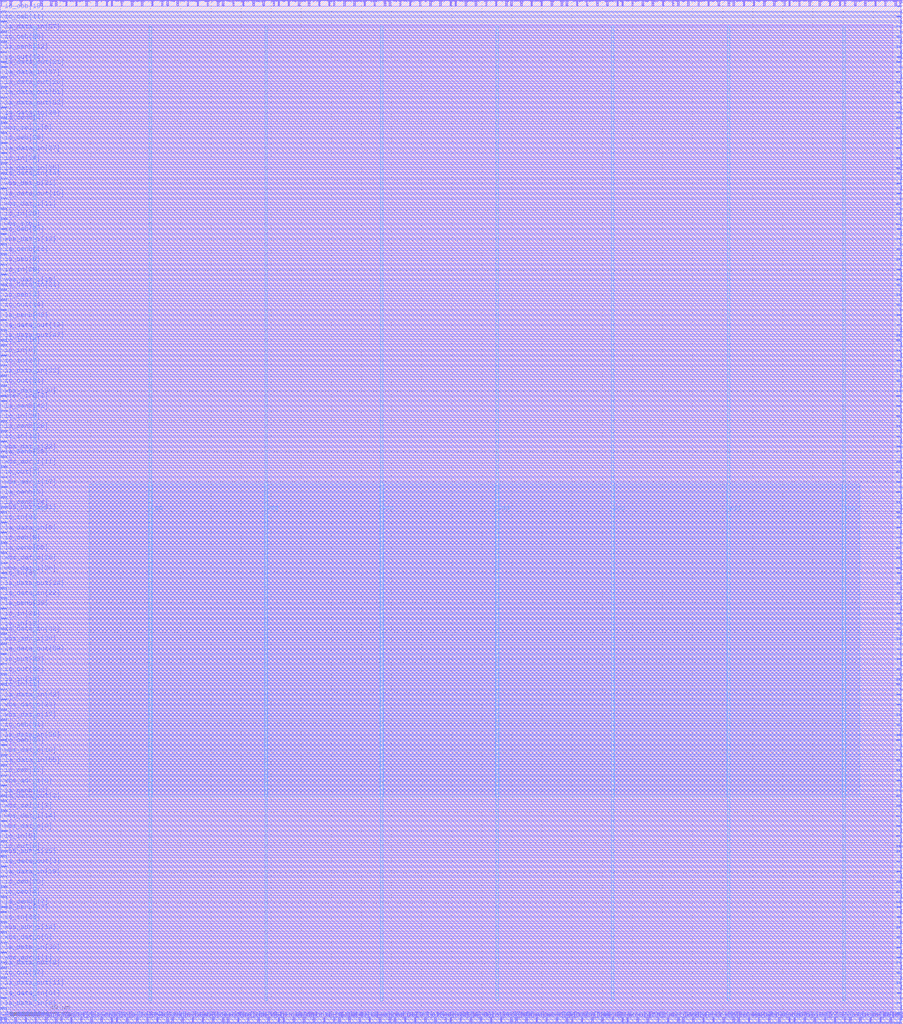
<source format=lef>
VERSION 5.7 ;
  NOWIREEXTENSIONATPIN ON ;
  DIVIDERCHAR "/" ;
  BUSBITCHARS "[]" ;
MACRO tiny_user_project
  CLASS BLOCK ;
  FOREIGN tiny_user_project ;
  ORIGIN 0.000 0.000 ;
  SIZE 600.000 BY 680.000 ;
  PIN io_in[0]
    DIRECTION INPUT ;
    USE SIGNAL ;
    PORT
      LAYER Metal3 ;
        RECT 1.000 443.520 4.000 444.080 ;
    END
  END io_in[0]
  PIN io_in[10]
    DIRECTION INPUT ;
    USE SIGNAL ;
    PORT
      LAYER Metal3 ;
        RECT 1.000 450.240 4.000 450.800 ;
    END
  END io_in[10]
  PIN io_in[11]
    DIRECTION INPUT ;
    USE SIGNAL ;
    PORT
      LAYER Metal3 ;
        RECT 1.000 221.760 4.000 222.320 ;
    END
  END io_in[11]
  PIN io_in[12]
    DIRECTION INPUT ;
    USE SIGNAL ;
    PORT
      LAYER Metal3 ;
        RECT 1.000 386.400 4.000 386.960 ;
    END
  END io_in[12]
  PIN io_in[13]
    DIRECTION INPUT ;
    USE SIGNAL ;
    PORT
      LAYER Metal3 ;
        RECT 1.000 262.080 4.000 262.640 ;
    END
  END io_in[13]
  PIN io_in[14]
    DIRECTION INPUT ;
    USE SIGNAL ;
    PORT
      LAYER Metal3 ;
        RECT 1.000 225.120 4.000 225.680 ;
    END
  END io_in[14]
  PIN io_in[15]
    DIRECTION INPUT ;
    USE SIGNAL ;
    PORT
      LAYER Metal2 ;
        RECT 299.040 676.000 299.600 679.000 ;
    END
  END io_in[15]
  PIN io_in[16]
    DIRECTION INPUT ;
    USE SIGNAL ;
    PORT
      LAYER Metal3 ;
        RECT 596.000 168.000 599.000 168.560 ;
    END
  END io_in[16]
  PIN io_in[17]
    DIRECTION INPUT ;
    USE SIGNAL ;
    PORT
      LAYER Metal3 ;
        RECT 596.000 641.760 599.000 642.320 ;
    END
  END io_in[17]
  PIN io_in[18]
    DIRECTION INPUT ;
    USE SIGNAL ;
    PORT
      LAYER Metal2 ;
        RECT 389.760 676.000 390.320 679.000 ;
    END
  END io_in[18]
  PIN io_in[19]
    DIRECTION INPUT ;
    USE SIGNAL ;
    PORT
      LAYER Metal3 ;
        RECT 596.000 26.880 599.000 27.440 ;
    END
  END io_in[19]
  PIN io_in[1]
    DIRECTION INPUT ;
    USE SIGNAL ;
    PORT
      LAYER Metal2 ;
        RECT 36.960 676.000 37.520 679.000 ;
    END
  END io_in[1]
  PIN io_in[20]
    DIRECTION INPUT ;
    USE SIGNAL ;
    PORT
      LAYER Metal2 ;
        RECT 470.400 676.000 470.960 679.000 ;
    END
  END io_in[20]
  PIN io_in[21]
    DIRECTION INPUT ;
    USE SIGNAL ;
    PORT
      LAYER Metal2 ;
        RECT 450.240 1.000 450.800 4.000 ;
    END
  END io_in[21]
  PIN io_in[22]
    DIRECTION INPUT ;
    USE SIGNAL ;
    PORT
      LAYER Metal2 ;
        RECT 598.080 676.000 598.640 679.000 ;
    END
  END io_in[22]
  PIN io_in[23]
    DIRECTION INPUT ;
    USE SIGNAL ;
    PORT
      LAYER Metal3 ;
        RECT 596.000 594.720 599.000 595.280 ;
    END
  END io_in[23]
  PIN io_in[24]
    DIRECTION INPUT ;
    USE SIGNAL ;
    PORT
      LAYER Metal2 ;
        RECT 527.520 1.000 528.080 4.000 ;
    END
  END io_in[24]
  PIN io_in[25]
    DIRECTION INPUT ;
    USE SIGNAL ;
    PORT
      LAYER Metal2 ;
        RECT 84.000 1.000 84.560 4.000 ;
    END
  END io_in[25]
  PIN io_in[26]
    DIRECTION INPUT ;
    USE SIGNAL ;
    PORT
      LAYER Metal3 ;
        RECT 1.000 534.240 4.000 534.800 ;
    END
  END io_in[26]
  PIN io_in[27]
    DIRECTION INPUT ;
    USE SIGNAL ;
    PORT
      LAYER Metal3 ;
        RECT 1.000 436.800 4.000 437.360 ;
    END
  END io_in[27]
  PIN io_in[28]
    DIRECTION INPUT ;
    USE SIGNAL ;
    PORT
      LAYER Metal3 ;
        RECT 1.000 497.280 4.000 497.840 ;
    END
  END io_in[28]
  PIN io_in[29]
    DIRECTION INPUT ;
    USE SIGNAL ;
    PORT
      LAYER Metal3 ;
        RECT 1.000 399.840 4.000 400.400 ;
    END
  END io_in[29]
  PIN io_in[2]
    DIRECTION INPUT ;
    USE SIGNAL ;
    PORT
      LAYER Metal3 ;
        RECT 596.000 675.360 599.000 675.920 ;
    END
  END io_in[2]
  PIN io_in[30]
    DIRECTION INPUT ;
    USE SIGNAL ;
    PORT
      LAYER Metal2 ;
        RECT 416.640 1.000 417.200 4.000 ;
    END
  END io_in[30]
  PIN io_in[31]
    DIRECTION INPUT ;
    USE SIGNAL ;
    PORT
      LAYER Metal3 ;
        RECT 1.000 268.800 4.000 269.360 ;
    END
  END io_in[31]
  PIN io_in[32]
    DIRECTION INPUT ;
    USE SIGNAL ;
    PORT
      LAYER Metal2 ;
        RECT 540.960 1.000 541.520 4.000 ;
    END
  END io_in[32]
  PIN io_in[33]
    DIRECTION INPUT ;
    USE SIGNAL ;
    PORT
      LAYER Metal3 ;
        RECT 1.000 67.200 4.000 67.760 ;
    END
  END io_in[33]
  PIN io_in[34]
    DIRECTION INPUT ;
    USE SIGNAL ;
    PORT
      LAYER Metal3 ;
        RECT 1.000 571.200 4.000 571.760 ;
    END
  END io_in[34]
  PIN io_in[35]
    DIRECTION INPUT ;
    USE SIGNAL ;
    PORT
      LAYER Metal2 ;
        RECT 530.880 676.000 531.440 679.000 ;
    END
  END io_in[35]
  PIN io_in[36]
    DIRECTION INPUT ;
    USE SIGNAL ;
    PORT
      LAYER Metal3 ;
        RECT 596.000 604.800 599.000 605.360 ;
    END
  END io_in[36]
  PIN io_in[37]
    DIRECTION INPUT ;
    USE SIGNAL ;
    PORT
      LAYER Metal3 ;
        RECT 596.000 527.520 599.000 528.080 ;
    END
  END io_in[37]
  PIN io_in[3]
    DIRECTION INPUT ;
    USE SIGNAL ;
    PORT
      LAYER Metal3 ;
        RECT 596.000 668.640 599.000 669.200 ;
    END
  END io_in[3]
  PIN io_in[4]
    DIRECTION INPUT ;
    USE SIGNAL ;
    PORT
      LAYER Metal3 ;
        RECT 596.000 329.280 599.000 329.840 ;
    END
  END io_in[4]
  PIN io_in[5]
    DIRECTION INPUT ;
    USE SIGNAL ;
    PORT
      LAYER Metal3 ;
        RECT 1.000 120.960 4.000 121.520 ;
    END
  END io_in[5]
  PIN io_in[6]
    DIRECTION INPUT ;
    USE SIGNAL ;
    PORT
      LAYER Metal3 ;
        RECT 596.000 161.280 599.000 161.840 ;
    END
  END io_in[6]
  PIN io_in[7]
    DIRECTION INPUT ;
    USE SIGNAL ;
    PORT
      LAYER Metal2 ;
        RECT 483.840 676.000 484.400 679.000 ;
    END
  END io_in[7]
  PIN io_in[8]
    DIRECTION INPUT ;
    USE SIGNAL ;
    PORT
      LAYER Metal3 ;
        RECT 1.000 295.680 4.000 296.240 ;
    END
  END io_in[8]
  PIN io_in[9]
    DIRECTION INPUT ;
    USE SIGNAL ;
    PORT
      LAYER Metal3 ;
        RECT 1.000 332.640 4.000 333.200 ;
    END
  END io_in[9]
  PIN io_oeb[0]
    DIRECTION OUTPUT TRISTATE ;
    USE SIGNAL ;
    PORT
      LAYER Metal3 ;
        RECT 596.000 490.560 599.000 491.120 ;
    END
  END io_oeb[0]
  PIN io_oeb[10]
    DIRECTION OUTPUT TRISTATE ;
    USE SIGNAL ;
    PORT
      LAYER Metal3 ;
        RECT 596.000 453.600 599.000 454.160 ;
    END
  END io_oeb[10]
  PIN io_oeb[11]
    DIRECTION OUTPUT TRISTATE ;
    USE SIGNAL ;
    PORT
      LAYER Metal3 ;
        RECT 1.000 665.280 4.000 665.840 ;
    END
  END io_oeb[11]
  PIN io_oeb[12]
    DIRECTION OUTPUT TRISTATE ;
    USE SIGNAL ;
    PORT
      LAYER Metal2 ;
        RECT 393.120 1.000 393.680 4.000 ;
    END
  END io_oeb[12]
  PIN io_oeb[13]
    DIRECTION OUTPUT TRISTATE ;
    USE SIGNAL ;
    PORT
      LAYER Metal3 ;
        RECT 1.000 164.640 4.000 165.200 ;
    END
  END io_oeb[13]
  PIN io_oeb[14]
    DIRECTION OUTPUT TRISTATE ;
    USE SIGNAL ;
    PORT
      LAYER Metal2 ;
        RECT 584.640 1.000 585.200 4.000 ;
    END
  END io_oeb[14]
  PIN io_oeb[15]
    DIRECTION OUTPUT TRISTATE ;
    USE SIGNAL ;
    PORT
      LAYER Metal2 ;
        RECT 366.240 676.000 366.800 679.000 ;
    END
  END io_oeb[15]
  PIN io_oeb[16]
    DIRECTION OUTPUT TRISTATE ;
    USE SIGNAL ;
    PORT
      LAYER Metal2 ;
        RECT 184.800 1.000 185.360 4.000 ;
    END
  END io_oeb[16]
  PIN io_oeb[17]
    DIRECTION OUTPUT TRISTATE ;
    USE SIGNAL ;
    PORT
      LAYER Metal2 ;
        RECT 60.480 1.000 61.040 4.000 ;
    END
  END io_oeb[17]
  PIN io_oeb[18]
    DIRECTION OUTPUT TRISTATE ;
    USE SIGNAL ;
    PORT
      LAYER Metal3 ;
        RECT 1.000 672.000 4.000 672.560 ;
    END
  END io_oeb[18]
  PIN io_oeb[19]
    DIRECTION OUTPUT TRISTATE ;
    USE SIGNAL ;
    PORT
      LAYER Metal2 ;
        RECT 184.800 676.000 185.360 679.000 ;
    END
  END io_oeb[19]
  PIN io_oeb[1]
    DIRECTION OUTPUT TRISTATE ;
    USE SIGNAL ;
    PORT
      LAYER Metal2 ;
        RECT 131.040 676.000 131.600 679.000 ;
    END
  END io_oeb[1]
  PIN io_oeb[20]
    DIRECTION OUTPUT TRISTATE ;
    USE SIGNAL ;
    PORT
      LAYER Metal2 ;
        RECT 329.280 676.000 329.840 679.000 ;
    END
  END io_oeb[20]
  PIN io_oeb[21]
    DIRECTION OUTPUT TRISTATE ;
    USE SIGNAL ;
    PORT
      LAYER Metal2 ;
        RECT 547.680 1.000 548.240 4.000 ;
    END
  END io_oeb[21]
  PIN io_oeb[22]
    DIRECTION OUTPUT TRISTATE ;
    USE SIGNAL ;
    PORT
      LAYER Metal3 ;
        RECT 596.000 204.960 599.000 205.520 ;
    END
  END io_oeb[22]
  PIN io_oeb[23]
    DIRECTION OUTPUT TRISTATE ;
    USE SIGNAL ;
    PORT
      LAYER Metal2 ;
        RECT 581.280 676.000 581.840 679.000 ;
    END
  END io_oeb[23]
  PIN io_oeb[24]
    DIRECTION OUTPUT TRISTATE ;
    USE SIGNAL ;
    PORT
      LAYER Metal3 ;
        RECT 1.000 184.800 4.000 185.360 ;
    END
  END io_oeb[24]
  PIN io_oeb[25]
    DIRECTION OUTPUT TRISTATE ;
    USE SIGNAL ;
    PORT
      LAYER Metal3 ;
        RECT 1.000 90.720 4.000 91.280 ;
    END
  END io_oeb[25]
  PIN io_oeb[26]
    DIRECTION OUTPUT TRISTATE ;
    USE SIGNAL ;
    PORT
      LAYER Metal3 ;
        RECT 1.000 584.640 4.000 585.200 ;
    END
  END io_oeb[26]
  PIN io_oeb[27]
    DIRECTION OUTPUT TRISTATE ;
    USE SIGNAL ;
    PORT
      LAYER Metal2 ;
        RECT 534.240 1.000 534.800 4.000 ;
    END
  END io_oeb[27]
  PIN io_oeb[28]
    DIRECTION OUTPUT TRISTATE ;
    USE SIGNAL ;
    PORT
      LAYER Metal3 ;
        RECT 1.000 651.840 4.000 652.400 ;
    END
  END io_oeb[28]
  PIN io_oeb[29]
    DIRECTION OUTPUT TRISTATE ;
    USE SIGNAL ;
    PORT
      LAYER Metal3 ;
        RECT 596.000 366.240 599.000 366.800 ;
    END
  END io_oeb[29]
  PIN io_oeb[2]
    DIRECTION OUTPUT TRISTATE ;
    USE SIGNAL ;
    PORT
      LAYER Metal3 ;
        RECT 596.000 285.600 599.000 286.160 ;
    END
  END io_oeb[2]
  PIN io_oeb[30]
    DIRECTION OUTPUT TRISTATE ;
    USE SIGNAL ;
    PORT
      LAYER Metal3 ;
        RECT 596.000 0.000 599.000 0.560 ;
    END
  END io_oeb[30]
  PIN io_oeb[31]
    DIRECTION OUTPUT TRISTATE ;
    USE SIGNAL ;
    PORT
      LAYER Metal3 ;
        RECT 1.000 194.880 4.000 195.440 ;
    END
  END io_oeb[31]
  PIN io_oeb[32]
    DIRECTION OUTPUT TRISTATE ;
    USE SIGNAL ;
    PORT
      LAYER Metal2 ;
        RECT 520.800 676.000 521.360 679.000 ;
    END
  END io_oeb[32]
  PIN io_oeb[33]
    DIRECTION OUTPUT TRISTATE ;
    USE SIGNAL ;
    PORT
      LAYER Metal3 ;
        RECT 596.000 144.480 599.000 145.040 ;
    END
  END io_oeb[33]
  PIN io_oeb[34]
    DIRECTION OUTPUT TRISTATE ;
    USE SIGNAL ;
    PORT
      LAYER Metal3 ;
        RECT 1.000 524.160 4.000 524.720 ;
    END
  END io_oeb[34]
  PIN io_oeb[35]
    DIRECTION OUTPUT TRISTATE ;
    USE SIGNAL ;
    PORT
      LAYER Metal3 ;
        RECT 596.000 618.240 599.000 618.800 ;
    END
  END io_oeb[35]
  PIN io_oeb[36]
    DIRECTION OUTPUT TRISTATE ;
    USE SIGNAL ;
    PORT
      LAYER Metal2 ;
        RECT 315.840 676.000 316.400 679.000 ;
    END
  END io_oeb[36]
  PIN io_oeb[37]
    DIRECTION OUTPUT TRISTATE ;
    USE SIGNAL ;
    PORT
      LAYER Metal3 ;
        RECT 596.000 299.040 599.000 299.600 ;
    END
  END io_oeb[37]
  PIN io_oeb[3]
    DIRECTION OUTPUT TRISTATE ;
    USE SIGNAL ;
    PORT
      LAYER Metal3 ;
        RECT 1.000 480.480 4.000 481.040 ;
    END
  END io_oeb[3]
  PIN io_oeb[4]
    DIRECTION OUTPUT TRISTATE ;
    USE SIGNAL ;
    PORT
      LAYER Metal3 ;
        RECT 1.000 84.000 4.000 84.560 ;
    END
  END io_oeb[4]
  PIN io_oeb[5]
    DIRECTION OUTPUT TRISTATE ;
    USE SIGNAL ;
    PORT
      LAYER Metal2 ;
        RECT 426.720 676.000 427.280 679.000 ;
    END
  END io_oeb[5]
  PIN io_oeb[6]
    DIRECTION OUTPUT TRISTATE ;
    USE SIGNAL ;
    PORT
      LAYER Metal3 ;
        RECT 1.000 504.000 4.000 504.560 ;
    END
  END io_oeb[6]
  PIN io_oeb[7]
    DIRECTION OUTPUT TRISTATE ;
    USE SIGNAL ;
    PORT
      LAYER Metal2 ;
        RECT 265.440 676.000 266.000 679.000 ;
    END
  END io_oeb[7]
  PIN io_oeb[8]
    DIRECTION OUTPUT TRISTATE ;
    USE SIGNAL ;
    PORT
      LAYER Metal3 ;
        RECT 1.000 319.200 4.000 319.760 ;
    END
  END io_oeb[8]
  PIN io_oeb[9]
    DIRECTION OUTPUT TRISTATE ;
    USE SIGNAL ;
    PORT
      LAYER Metal3 ;
        RECT 596.000 661.920 599.000 662.480 ;
    END
  END io_oeb[9]
  PIN io_out[0]
    DIRECTION OUTPUT TRISTATE ;
    USE SIGNAL ;
    PORT
      LAYER Metal2 ;
        RECT 63.840 676.000 64.400 679.000 ;
    END
  END io_out[0]
  PIN io_out[10]
    DIRECTION OUTPUT TRISTATE ;
    USE SIGNAL ;
    PORT
      LAYER Metal2 ;
        RECT 154.560 676.000 155.120 679.000 ;
    END
  END io_out[10]
  PIN io_out[11]
    DIRECTION OUTPUT TRISTATE ;
    USE SIGNAL ;
    PORT
      LAYER Metal2 ;
        RECT 413.280 1.000 413.840 4.000 ;
    END
  END io_out[11]
  PIN io_out[12]
    DIRECTION OUTPUT TRISTATE ;
    USE SIGNAL ;
    PORT
      LAYER Metal2 ;
        RECT 588.000 676.000 588.560 679.000 ;
    END
  END io_out[12]
  PIN io_out[13]
    DIRECTION OUTPUT TRISTATE ;
    USE SIGNAL ;
    PORT
      LAYER Metal3 ;
        RECT 1.000 638.400 4.000 638.960 ;
    END
  END io_out[13]
  PIN io_out[14]
    DIRECTION OUTPUT TRISTATE ;
    USE SIGNAL ;
    PORT
      LAYER Metal3 ;
        RECT 1.000 473.760 4.000 474.320 ;
    END
  END io_out[14]
  PIN io_out[15]
    DIRECTION OUTPUT TRISTATE ;
    USE SIGNAL ;
    PORT
      LAYER Metal2 ;
        RECT 258.720 1.000 259.280 4.000 ;
    END
  END io_out[15]
  PIN io_out[16]
    DIRECTION OUTPUT TRISTATE ;
    USE SIGNAL ;
    PORT
      LAYER Metal3 ;
        RECT 596.000 574.560 599.000 575.120 ;
    END
  END io_out[16]
  PIN io_out[17]
    DIRECTION OUTPUT TRISTATE ;
    USE SIGNAL ;
    PORT
      LAYER Metal2 ;
        RECT 73.920 1.000 74.480 4.000 ;
    END
  END io_out[17]
  PIN io_out[18]
    DIRECTION OUTPUT TRISTATE ;
    USE SIGNAL ;
    PORT
      LAYER Metal2 ;
        RECT 598.080 1.000 598.640 4.000 ;
    END
  END io_out[18]
  PIN io_out[19]
    DIRECTION OUTPUT TRISTATE ;
    USE SIGNAL ;
    PORT
      LAYER Metal2 ;
        RECT 100.800 676.000 101.360 679.000 ;
    END
  END io_out[19]
  PIN io_out[1]
    DIRECTION OUTPUT TRISTATE ;
    USE SIGNAL ;
    PORT
      LAYER Metal2 ;
        RECT 40.320 1.000 40.880 4.000 ;
    END
  END io_out[1]
  PIN io_out[20]
    DIRECTION OUTPUT TRISTATE ;
    USE SIGNAL ;
    PORT
      LAYER Metal3 ;
        RECT 596.000 100.800 599.000 101.360 ;
    END
  END io_out[20]
  PIN io_out[21]
    DIRECTION OUTPUT TRISTATE ;
    USE SIGNAL ;
    PORT
      LAYER Metal3 ;
        RECT 1.000 423.360 4.000 423.920 ;
    END
  END io_out[21]
  PIN io_out[22]
    DIRECTION OUTPUT TRISTATE ;
    USE SIGNAL ;
    PORT
      LAYER Metal3 ;
        RECT 596.000 181.440 599.000 182.000 ;
    END
  END io_out[22]
  PIN io_out[23]
    DIRECTION OUTPUT TRISTATE ;
    USE SIGNAL ;
    PORT
      LAYER Metal3 ;
        RECT 1.000 238.560 4.000 239.120 ;
    END
  END io_out[23]
  PIN io_out[24]
    DIRECTION OUTPUT TRISTATE ;
    USE SIGNAL ;
    PORT
      LAYER Metal2 ;
        RECT 561.120 1.000 561.680 4.000 ;
    END
  END io_out[24]
  PIN io_out[25]
    DIRECTION OUTPUT TRISTATE ;
    USE SIGNAL ;
    PORT
      LAYER Metal3 ;
        RECT 596.000 57.120 599.000 57.680 ;
    END
  END io_out[25]
  PIN io_out[26]
    DIRECTION OUTPUT TRISTATE ;
    USE SIGNAL ;
    PORT
      LAYER Metal2 ;
        RECT 268.800 1.000 269.360 4.000 ;
    END
  END io_out[26]
  PIN io_out[27]
    DIRECTION OUTPUT TRISTATE ;
    USE SIGNAL ;
    PORT
      LAYER Metal2 ;
        RECT 215.040 1.000 215.600 4.000 ;
    END
  END io_out[27]
  PIN io_out[28]
    DIRECTION OUTPUT TRISTATE ;
    USE SIGNAL ;
    PORT
      LAYER Metal2 ;
        RECT 409.920 676.000 410.480 679.000 ;
    END
  END io_out[28]
  PIN io_out[29]
    DIRECTION OUTPUT TRISTATE ;
    USE SIGNAL ;
    PORT
      LAYER Metal2 ;
        RECT 436.800 1.000 437.360 4.000 ;
    END
  END io_out[29]
  PIN io_out[2]
    DIRECTION OUTPUT TRISTATE ;
    USE SIGNAL ;
    PORT
      LAYER Metal3 ;
        RECT 596.000 265.440 599.000 266.000 ;
    END
  END io_out[2]
  PIN io_out[30]
    DIRECTION OUTPUT TRISTATE ;
    USE SIGNAL ;
    PORT
      LAYER Metal2 ;
        RECT 544.320 676.000 544.880 679.000 ;
    END
  END io_out[30]
  PIN io_out[31]
    DIRECTION OUTPUT TRISTATE ;
    USE SIGNAL ;
    PORT
      LAYER Metal2 ;
        RECT 225.120 1.000 225.680 4.000 ;
    END
  END io_out[31]
  PIN io_out[32]
    DIRECTION OUTPUT TRISTATE ;
    USE SIGNAL ;
    PORT
      LAYER Metal2 ;
        RECT 359.520 676.000 360.080 679.000 ;
    END
  END io_out[32]
  PIN io_out[33]
    DIRECTION OUTPUT TRISTATE ;
    USE SIGNAL ;
    PORT
      LAYER Metal3 ;
        RECT 1.000 231.840 4.000 232.400 ;
    END
  END io_out[33]
  PIN io_out[34]
    DIRECTION OUTPUT TRISTATE ;
    USE SIGNAL ;
    PORT
      LAYER Metal2 ;
        RECT 423.360 1.000 423.920 4.000 ;
    END
  END io_out[34]
  PIN io_out[35]
    DIRECTION OUTPUT TRISTATE ;
    USE SIGNAL ;
    PORT
      LAYER Metal2 ;
        RECT 379.680 1.000 380.240 4.000 ;
    END
  END io_out[35]
  PIN io_out[36]
    DIRECTION OUTPUT TRISTATE ;
    USE SIGNAL ;
    PORT
      LAYER Metal2 ;
        RECT 151.200 1.000 151.760 4.000 ;
    END
  END io_out[36]
  PIN io_out[37]
    DIRECTION OUTPUT TRISTATE ;
    USE SIGNAL ;
    PORT
      LAYER Metal3 ;
        RECT 1.000 30.240 4.000 30.800 ;
    END
  END io_out[37]
  PIN io_out[3]
    DIRECTION OUTPUT TRISTATE ;
    USE SIGNAL ;
    PORT
      LAYER Metal2 ;
        RECT 255.360 676.000 255.920 679.000 ;
    END
  END io_out[3]
  PIN io_out[4]
    DIRECTION OUTPUT TRISTATE ;
    USE SIGNAL ;
    PORT
      LAYER Metal2 ;
        RECT 295.680 1.000 296.240 4.000 ;
    END
  END io_out[4]
  PIN io_out[5]
    DIRECTION OUTPUT TRISTATE ;
    USE SIGNAL ;
    PORT
      LAYER Metal2 ;
        RECT 228.480 676.000 229.040 679.000 ;
    END
  END io_out[5]
  PIN io_out[6]
    DIRECTION OUTPUT TRISTATE ;
    USE SIGNAL ;
    PORT
      LAYER Metal3 ;
        RECT 1.000 114.240 4.000 114.800 ;
    END
  END io_out[6]
  PIN io_out[7]
    DIRECTION OUTPUT TRISTATE ;
    USE SIGNAL ;
    PORT
      LAYER Metal3 ;
        RECT 1.000 362.880 4.000 363.440 ;
    END
  END io_out[7]
  PIN io_out[8]
    DIRECTION OUTPUT TRISTATE ;
    USE SIGNAL ;
    PORT
      LAYER Metal2 ;
        RECT 467.040 1.000 467.600 4.000 ;
    END
  END io_out[8]
  PIN io_out[9]
    DIRECTION OUTPUT TRISTATE ;
    USE SIGNAL ;
    PORT
      LAYER Metal2 ;
        RECT 164.640 1.000 165.200 4.000 ;
    END
  END io_out[9]
  PIN la_data_in[0]
    DIRECTION INPUT ;
    USE SIGNAL ;
    PORT
      LAYER Metal3 ;
        RECT 1.000 325.920 4.000 326.480 ;
    END
  END la_data_in[0]
  PIN la_data_in[10]
    DIRECTION INPUT ;
    USE SIGNAL ;
    PORT
      LAYER Metal3 ;
        RECT 596.000 638.400 599.000 638.960 ;
    END
  END la_data_in[10]
  PIN la_data_in[11]
    DIRECTION INPUT ;
    USE SIGNAL ;
    PORT
      LAYER Metal3 ;
        RECT 596.000 322.560 599.000 323.120 ;
    END
  END la_data_in[11]
  PIN la_data_in[12]
    DIRECTION INPUT ;
    USE SIGNAL ;
    PORT
      LAYER Metal2 ;
        RECT 194.880 1.000 195.440 4.000 ;
    END
  END la_data_in[12]
  PIN la_data_in[13]
    DIRECTION INPUT ;
    USE SIGNAL ;
    PORT
      LAYER Metal2 ;
        RECT 218.400 676.000 218.960 679.000 ;
    END
  END la_data_in[13]
  PIN la_data_in[14]
    DIRECTION INPUT ;
    USE SIGNAL ;
    PORT
      LAYER Metal3 ;
        RECT 1.000 561.120 4.000 561.680 ;
    END
  END la_data_in[14]
  PIN la_data_in[15]
    DIRECTION INPUT ;
    USE SIGNAL ;
    PORT
      LAYER Metal3 ;
        RECT 596.000 500.640 599.000 501.200 ;
    END
  END la_data_in[15]
  PIN la_data_in[16]
    DIRECTION INPUT ;
    USE SIGNAL ;
    PORT
      LAYER Metal2 ;
        RECT 20.160 676.000 20.720 679.000 ;
    END
  END la_data_in[16]
  PIN la_data_in[17]
    DIRECTION INPUT ;
    USE SIGNAL ;
    PORT
      LAYER Metal3 ;
        RECT 596.000 137.760 599.000 138.320 ;
    END
  END la_data_in[17]
  PIN la_data_in[18]
    DIRECTION INPUT ;
    USE SIGNAL ;
    PORT
      LAYER Metal2 ;
        RECT 278.880 676.000 279.440 679.000 ;
    END
  END la_data_in[18]
  PIN la_data_in[19]
    DIRECTION INPUT ;
    USE SIGNAL ;
    PORT
      LAYER Metal3 ;
        RECT 1.000 97.440 4.000 98.000 ;
    END
  END la_data_in[19]
  PIN la_data_in[1]
    DIRECTION INPUT ;
    USE SIGNAL ;
    PORT
      LAYER Metal2 ;
        RECT 107.520 676.000 108.080 679.000 ;
    END
  END la_data_in[1]
  PIN la_data_in[20]
    DIRECTION INPUT ;
    USE SIGNAL ;
    PORT
      LAYER Metal3 ;
        RECT 596.000 174.720 599.000 175.280 ;
    END
  END la_data_in[20]
  PIN la_data_in[21]
    DIRECTION INPUT ;
    USE SIGNAL ;
    PORT
      LAYER Metal3 ;
        RECT 1.000 487.200 4.000 487.760 ;
    END
  END la_data_in[21]
  PIN la_data_in[22]
    DIRECTION INPUT ;
    USE SIGNAL ;
    PORT
      LAYER Metal3 ;
        RECT 1.000 282.240 4.000 282.800 ;
    END
  END la_data_in[22]
  PIN la_data_in[23]
    DIRECTION INPUT ;
    USE SIGNAL ;
    PORT
      LAYER Metal3 ;
        RECT 596.000 520.800 599.000 521.360 ;
    END
  END la_data_in[23]
  PIN la_data_in[24]
    DIRECTION INPUT ;
    USE SIGNAL ;
    PORT
      LAYER Metal2 ;
        RECT 285.600 676.000 286.160 679.000 ;
    END
  END la_data_in[24]
  PIN la_data_in[25]
    DIRECTION INPUT ;
    USE SIGNAL ;
    PORT
      LAYER Metal2 ;
        RECT 94.080 676.000 94.640 679.000 ;
    END
  END la_data_in[25]
  PIN la_data_in[26]
    DIRECTION INPUT ;
    USE SIGNAL ;
    PORT
      LAYER Metal2 ;
        RECT 352.800 676.000 353.360 679.000 ;
    END
  END la_data_in[26]
  PIN la_data_in[27]
    DIRECTION INPUT ;
    USE SIGNAL ;
    PORT
      LAYER Metal3 ;
        RECT 1.000 577.920 4.000 578.480 ;
    END
  END la_data_in[27]
  PIN la_data_in[28]
    DIRECTION INPUT ;
    USE SIGNAL ;
    PORT
      LAYER Metal3 ;
        RECT 1.000 601.440 4.000 602.000 ;
    END
  END la_data_in[28]
  PIN la_data_in[29]
    DIRECTION INPUT ;
    USE SIGNAL ;
    PORT
      LAYER Metal3 ;
        RECT 596.000 198.240 599.000 198.800 ;
    END
  END la_data_in[29]
  PIN la_data_in[2]
    DIRECTION INPUT ;
    USE SIGNAL ;
    PORT
      LAYER Metal2 ;
        RECT 241.920 676.000 242.480 679.000 ;
    END
  END la_data_in[2]
  PIN la_data_in[30]
    DIRECTION INPUT ;
    USE SIGNAL ;
    PORT
      LAYER Metal3 ;
        RECT 1.000 47.040 4.000 47.600 ;
    END
  END la_data_in[30]
  PIN la_data_in[31]
    DIRECTION INPUT ;
    USE SIGNAL ;
    PORT
      LAYER Metal2 ;
        RECT 500.640 676.000 501.200 679.000 ;
    END
  END la_data_in[31]
  PIN la_data_in[32]
    DIRECTION INPUT ;
    USE SIGNAL ;
    PORT
      LAYER Metal3 ;
        RECT 1.000 258.720 4.000 259.280 ;
    END
  END la_data_in[32]
  PIN la_data_in[33]
    DIRECTION INPUT ;
    USE SIGNAL ;
    PORT
      LAYER Metal3 ;
        RECT 1.000 430.080 4.000 430.640 ;
    END
  END la_data_in[33]
  PIN la_data_in[34]
    DIRECTION INPUT ;
    USE SIGNAL ;
    PORT
      LAYER Metal2 ;
        RECT 6.720 676.000 7.280 679.000 ;
    END
  END la_data_in[34]
  PIN la_data_in[35]
    DIRECTION INPUT ;
    USE SIGNAL ;
    PORT
      LAYER Metal3 ;
        RECT 1.000 564.480 4.000 565.040 ;
    END
  END la_data_in[35]
  PIN la_data_in[36]
    DIRECTION INPUT ;
    USE SIGNAL ;
    PORT
      LAYER Metal2 ;
        RECT 453.600 1.000 454.160 4.000 ;
    END
  END la_data_in[36]
  PIN la_data_in[37]
    DIRECTION INPUT ;
    USE SIGNAL ;
    PORT
      LAYER Metal3 ;
        RECT 1.000 628.320 4.000 628.880 ;
    END
  END la_data_in[37]
  PIN la_data_in[38]
    DIRECTION INPUT ;
    USE SIGNAL ;
    PORT
      LAYER Metal2 ;
        RECT 288.960 1.000 289.520 4.000 ;
    END
  END la_data_in[38]
  PIN la_data_in[39]
    DIRECTION INPUT ;
    USE SIGNAL ;
    PORT
      LAYER Metal2 ;
        RECT 309.120 676.000 309.680 679.000 ;
    END
  END la_data_in[39]
  PIN la_data_in[3]
    DIRECTION INPUT ;
    USE SIGNAL ;
    PORT
      LAYER Metal3 ;
        RECT 596.000 389.760 599.000 390.320 ;
    END
  END la_data_in[3]
  PIN la_data_in[40]
    DIRECTION INPUT ;
    USE SIGNAL ;
    PORT
      LAYER Metal2 ;
        RECT 221.760 1.000 222.320 4.000 ;
    END
  END la_data_in[40]
  PIN la_data_in[41]
    DIRECTION INPUT ;
    USE SIGNAL ;
    PORT
      LAYER Metal2 ;
        RECT 305.760 1.000 306.320 4.000 ;
    END
  END la_data_in[41]
  PIN la_data_in[42]
    DIRECTION INPUT ;
    USE SIGNAL ;
    PORT
      LAYER Metal3 ;
        RECT 1.000 215.040 4.000 215.600 ;
    END
  END la_data_in[42]
  PIN la_data_in[43]
    DIRECTION INPUT ;
    USE SIGNAL ;
    PORT
      LAYER Metal2 ;
        RECT 561.120 676.000 561.680 679.000 ;
    END
  END la_data_in[43]
  PIN la_data_in[44]
    DIRECTION INPUT ;
    USE SIGNAL ;
    PORT
      LAYER Metal3 ;
        RECT 596.000 43.680 599.000 44.240 ;
    END
  END la_data_in[44]
  PIN la_data_in[45]
    DIRECTION INPUT ;
    USE SIGNAL ;
    PORT
      LAYER Metal2 ;
        RECT 208.320 1.000 208.880 4.000 ;
    END
  END la_data_in[45]
  PIN la_data_in[46]
    DIRECTION INPUT ;
    USE SIGNAL ;
    PORT
      LAYER Metal3 ;
        RECT 596.000 507.360 599.000 507.920 ;
    END
  END la_data_in[46]
  PIN la_data_in[47]
    DIRECTION INPUT ;
    USE SIGNAL ;
    PORT
      LAYER Metal2 ;
        RECT 399.840 1.000 400.400 4.000 ;
    END
  END la_data_in[47]
  PIN la_data_in[48]
    DIRECTION INPUT ;
    USE SIGNAL ;
    PORT
      LAYER Metal2 ;
        RECT 258.720 676.000 259.280 679.000 ;
    END
  END la_data_in[48]
  PIN la_data_in[49]
    DIRECTION INPUT ;
    USE SIGNAL ;
    PORT
      LAYER Metal2 ;
        RECT 204.960 676.000 205.520 679.000 ;
    END
  END la_data_in[49]
  PIN la_data_in[4]
    DIRECTION INPUT ;
    USE SIGNAL ;
    PORT
      LAYER Metal2 ;
        RECT 13.440 676.000 14.000 679.000 ;
    END
  END la_data_in[4]
  PIN la_data_in[50]
    DIRECTION INPUT ;
    USE SIGNAL ;
    PORT
      LAYER Metal2 ;
        RECT 211.680 676.000 212.240 679.000 ;
    END
  END la_data_in[50]
  PIN la_data_in[51]
    DIRECTION INPUT ;
    USE SIGNAL ;
    PORT
      LAYER Metal2 ;
        RECT 299.040 1.000 299.600 4.000 ;
    END
  END la_data_in[51]
  PIN la_data_in[52]
    DIRECTION INPUT ;
    USE SIGNAL ;
    PORT
      LAYER Metal3 ;
        RECT 596.000 255.360 599.000 255.920 ;
    END
  END la_data_in[52]
  PIN la_data_in[53]
    DIRECTION INPUT ;
    USE SIGNAL ;
    PORT
      LAYER Metal2 ;
        RECT 456.960 676.000 457.520 679.000 ;
    END
  END la_data_in[53]
  PIN la_data_in[54]
    DIRECTION INPUT ;
    USE SIGNAL ;
    PORT
      LAYER Metal2 ;
        RECT 413.280 676.000 413.840 679.000 ;
    END
  END la_data_in[54]
  PIN la_data_in[55]
    DIRECTION INPUT ;
    USE SIGNAL ;
    PORT
      LAYER Metal3 ;
        RECT 1.000 171.360 4.000 171.920 ;
    END
  END la_data_in[55]
  PIN la_data_in[56]
    DIRECTION INPUT ;
    USE SIGNAL ;
    PORT
      LAYER Metal3 ;
        RECT 1.000 188.160 4.000 188.720 ;
    END
  END la_data_in[56]
  PIN la_data_in[57]
    DIRECTION INPUT ;
    USE SIGNAL ;
    PORT
      LAYER Metal3 ;
        RECT 1.000 658.560 4.000 659.120 ;
    END
  END la_data_in[57]
  PIN la_data_in[58]
    DIRECTION INPUT ;
    USE SIGNAL ;
    PORT
      LAYER Metal2 ;
        RECT 231.840 1.000 232.400 4.000 ;
    END
  END la_data_in[58]
  PIN la_data_in[59]
    DIRECTION INPUT ;
    USE SIGNAL ;
    PORT
      LAYER Metal3 ;
        RECT 596.000 624.960 599.000 625.520 ;
    END
  END la_data_in[59]
  PIN la_data_in[5]
    DIRECTION INPUT ;
    USE SIGNAL ;
    PORT
      LAYER Metal2 ;
        RECT 110.880 1.000 111.440 4.000 ;
    END
  END la_data_in[5]
  PIN la_data_in[60]
    DIRECTION INPUT ;
    USE SIGNAL ;
    PORT
      LAYER Metal3 ;
        RECT 596.000 463.680 599.000 464.240 ;
    END
  END la_data_in[60]
  PIN la_data_in[61]
    DIRECTION INPUT ;
    USE SIGNAL ;
    PORT
      LAYER Metal3 ;
        RECT 1.000 16.800 4.000 17.360 ;
    END
  END la_data_in[61]
  PIN la_data_in[62]
    DIRECTION INPUT ;
    USE SIGNAL ;
    PORT
      LAYER Metal2 ;
        RECT 376.320 1.000 376.880 4.000 ;
    END
  END la_data_in[62]
  PIN la_data_in[63]
    DIRECTION INPUT ;
    USE SIGNAL ;
    PORT
      LAYER Metal2 ;
        RECT 124.320 676.000 124.880 679.000 ;
    END
  END la_data_in[63]
  PIN la_data_in[6]
    DIRECTION INPUT ;
    USE SIGNAL ;
    PORT
      LAYER Metal2 ;
        RECT 127.680 1.000 128.240 4.000 ;
    END
  END la_data_in[6]
  PIN la_data_in[7]
    DIRECTION INPUT ;
    USE SIGNAL ;
    PORT
      LAYER Metal3 ;
        RECT 596.000 272.160 599.000 272.720 ;
    END
  END la_data_in[7]
  PIN la_data_in[8]
    DIRECTION INPUT ;
    USE SIGNAL ;
    PORT
      LAYER Metal3 ;
        RECT 1.000 10.080 4.000 10.640 ;
    END
  END la_data_in[8]
  PIN la_data_in[9]
    DIRECTION INPUT ;
    USE SIGNAL ;
    PORT
      LAYER Metal2 ;
        RECT 537.600 676.000 538.160 679.000 ;
    END
  END la_data_in[9]
  PIN la_data_out[0]
    DIRECTION OUTPUT TRISTATE ;
    USE SIGNAL ;
    PORT
      LAYER Metal2 ;
        RECT 514.080 676.000 514.640 679.000 ;
    END
  END la_data_out[0]
  PIN la_data_out[10]
    DIRECTION OUTPUT TRISTATE ;
    USE SIGNAL ;
    PORT
      LAYER Metal3 ;
        RECT 596.000 383.040 599.000 383.600 ;
    END
  END la_data_out[10]
  PIN la_data_out[11]
    DIRECTION OUTPUT TRISTATE ;
    USE SIGNAL ;
    PORT
      LAYER Metal3 ;
        RECT 1.000 23.520 4.000 24.080 ;
    END
  END la_data_out[11]
  PIN la_data_out[12]
    DIRECTION OUTPUT TRISTATE ;
    USE SIGNAL ;
    PORT
      LAYER Metal3 ;
        RECT 1.000 460.320 4.000 460.880 ;
    END
  END la_data_out[12]
  PIN la_data_out[13]
    DIRECTION OUTPUT TRISTATE ;
    USE SIGNAL ;
    PORT
      LAYER Metal2 ;
        RECT 238.560 1.000 239.120 4.000 ;
    END
  END la_data_out[13]
  PIN la_data_out[14]
    DIRECTION OUTPUT TRISTATE ;
    USE SIGNAL ;
    PORT
      LAYER Metal3 ;
        RECT 596.000 302.400 599.000 302.960 ;
    END
  END la_data_out[14]
  PIN la_data_out[15]
    DIRECTION OUTPUT TRISTATE ;
    USE SIGNAL ;
    PORT
      LAYER Metal3 ;
        RECT 1.000 547.680 4.000 548.240 ;
    END
  END la_data_out[15]
  PIN la_data_out[16]
    DIRECTION OUTPUT TRISTATE ;
    USE SIGNAL ;
    PORT
      LAYER Metal3 ;
        RECT 596.000 396.480 599.000 397.040 ;
    END
  END la_data_out[16]
  PIN la_data_out[17]
    DIRECTION OUTPUT TRISTATE ;
    USE SIGNAL ;
    PORT
      LAYER Metal2 ;
        RECT 272.160 676.000 272.720 679.000 ;
    END
  END la_data_out[17]
  PIN la_data_out[18]
    DIRECTION OUTPUT TRISTATE ;
    USE SIGNAL ;
    PORT
      LAYER Metal3 ;
        RECT 596.000 567.840 599.000 568.400 ;
    END
  END la_data_out[18]
  PIN la_data_out[19]
    DIRECTION OUTPUT TRISTATE ;
    USE SIGNAL ;
    PORT
      LAYER Metal2 ;
        RECT 339.360 1.000 339.920 4.000 ;
    END
  END la_data_out[19]
  PIN la_data_out[1]
    DIRECTION OUTPUT TRISTATE ;
    USE SIGNAL ;
    PORT
      LAYER Metal3 ;
        RECT 596.000 339.360 599.000 339.920 ;
    END
  END la_data_out[1]
  PIN la_data_out[20]
    DIRECTION OUTPUT TRISTATE ;
    USE SIGNAL ;
    PORT
      LAYER Metal3 ;
        RECT 596.000 131.040 599.000 131.600 ;
    END
  END la_data_out[20]
  PIN la_data_out[21]
    DIRECTION OUTPUT TRISTATE ;
    USE SIGNAL ;
    PORT
      LAYER Metal3 ;
        RECT 1.000 635.040 4.000 635.600 ;
    END
  END la_data_out[21]
  PIN la_data_out[22]
    DIRECTION OUTPUT TRISTATE ;
    USE SIGNAL ;
    PORT
      LAYER Metal3 ;
        RECT 596.000 440.160 599.000 440.720 ;
    END
  END la_data_out[22]
  PIN la_data_out[23]
    DIRECTION OUTPUT TRISTATE ;
    USE SIGNAL ;
    PORT
      LAYER Metal2 ;
        RECT 188.160 1.000 188.720 4.000 ;
    END
  END la_data_out[23]
  PIN la_data_out[24]
    DIRECTION OUTPUT TRISTATE ;
    USE SIGNAL ;
    PORT
      LAYER Metal3 ;
        RECT 1.000 288.960 4.000 289.520 ;
    END
  END la_data_out[24]
  PIN la_data_out[25]
    DIRECTION OUTPUT TRISTATE ;
    USE SIGNAL ;
    PORT
      LAYER Metal2 ;
        RECT 342.720 1.000 343.280 4.000 ;
    END
  END la_data_out[25]
  PIN la_data_out[26]
    DIRECTION OUTPUT TRISTATE ;
    USE SIGNAL ;
    PORT
      LAYER Metal3 ;
        RECT 1.000 621.600 4.000 622.160 ;
    END
  END la_data_out[26]
  PIN la_data_out[27]
    DIRECTION OUTPUT TRISTATE ;
    USE SIGNAL ;
    PORT
      LAYER Metal2 ;
        RECT 346.080 676.000 346.640 679.000 ;
    END
  END la_data_out[27]
  PIN la_data_out[28]
    DIRECTION OUTPUT TRISTATE ;
    USE SIGNAL ;
    PORT
      LAYER Metal3 ;
        RECT 596.000 551.040 599.000 551.600 ;
    END
  END la_data_out[28]
  PIN la_data_out[29]
    DIRECTION OUTPUT TRISTATE ;
    USE SIGNAL ;
    PORT
      LAYER Metal2 ;
        RECT 275.520 1.000 276.080 4.000 ;
    END
  END la_data_out[29]
  PIN la_data_out[2]
    DIRECTION OUTPUT TRISTATE ;
    USE SIGNAL ;
    PORT
      LAYER Metal3 ;
        RECT 1.000 147.840 4.000 148.400 ;
    END
  END la_data_out[2]
  PIN la_data_out[30]
    DIRECTION OUTPUT TRISTATE ;
    USE SIGNAL ;
    PORT
      LAYER Metal3 ;
        RECT 596.000 336.000 599.000 336.560 ;
    END
  END la_data_out[30]
  PIN la_data_out[31]
    DIRECTION OUTPUT TRISTATE ;
    USE SIGNAL ;
    PORT
      LAYER Metal3 ;
        RECT 596.000 70.560 599.000 71.120 ;
    END
  END la_data_out[31]
  PIN la_data_out[32]
    DIRECTION OUTPUT TRISTATE ;
    USE SIGNAL ;
    PORT
      LAYER Metal2 ;
        RECT 336.000 676.000 336.560 679.000 ;
    END
  END la_data_out[32]
  PIN la_data_out[33]
    DIRECTION OUTPUT TRISTATE ;
    USE SIGNAL ;
    PORT
      LAYER Metal3 ;
        RECT 596.000 154.560 599.000 155.120 ;
    END
  END la_data_out[33]
  PIN la_data_out[34]
    DIRECTION OUTPUT TRISTATE ;
    USE SIGNAL ;
    PORT
      LAYER Metal2 ;
        RECT 312.480 1.000 313.040 4.000 ;
    END
  END la_data_out[34]
  PIN la_data_out[35]
    DIRECTION OUTPUT TRISTATE ;
    USE SIGNAL ;
    PORT
      LAYER Metal2 ;
        RECT 302.400 676.000 302.960 679.000 ;
    END
  END la_data_out[35]
  PIN la_data_out[36]
    DIRECTION OUTPUT TRISTATE ;
    USE SIGNAL ;
    PORT
      LAYER Metal3 ;
        RECT 596.000 557.760 599.000 558.320 ;
    END
  END la_data_out[36]
  PIN la_data_out[37]
    DIRECTION OUTPUT TRISTATE ;
    USE SIGNAL ;
    PORT
      LAYER Metal3 ;
        RECT 596.000 292.320 599.000 292.880 ;
    END
  END la_data_out[37]
  PIN la_data_out[38]
    DIRECTION OUTPUT TRISTATE ;
    USE SIGNAL ;
    PORT
      LAYER Metal3 ;
        RECT 596.000 50.400 599.000 50.960 ;
    END
  END la_data_out[38]
  PIN la_data_out[39]
    DIRECTION OUTPUT TRISTATE ;
    USE SIGNAL ;
    PORT
      LAYER Metal3 ;
        RECT 596.000 124.320 599.000 124.880 ;
    END
  END la_data_out[39]
  PIN la_data_out[3]
    DIRECTION OUTPUT TRISTATE ;
    USE SIGNAL ;
    PORT
      LAYER Metal3 ;
        RECT 1.000 104.160 4.000 104.720 ;
    END
  END la_data_out[3]
  PIN la_data_out[40]
    DIRECTION OUTPUT TRISTATE ;
    USE SIGNAL ;
    PORT
      LAYER Metal3 ;
        RECT 596.000 20.160 599.000 20.720 ;
    END
  END la_data_out[40]
  PIN la_data_out[41]
    DIRECTION OUTPUT TRISTATE ;
    USE SIGNAL ;
    PORT
      LAYER Metal3 ;
        RECT 596.000 235.200 599.000 235.760 ;
    END
  END la_data_out[41]
  PIN la_data_out[42]
    DIRECTION OUTPUT TRISTATE ;
    USE SIGNAL ;
    PORT
      LAYER Metal3 ;
        RECT 596.000 581.280 599.000 581.840 ;
    END
  END la_data_out[42]
  PIN la_data_out[43]
    DIRECTION OUTPUT TRISTATE ;
    USE SIGNAL ;
    PORT
      LAYER Metal2 ;
        RECT 36.960 1.000 37.520 4.000 ;
    END
  END la_data_out[43]
  PIN la_data_out[44]
    DIRECTION OUTPUT TRISTATE ;
    USE SIGNAL ;
    PORT
      LAYER Metal2 ;
        RECT 262.080 1.000 262.640 4.000 ;
    END
  END la_data_out[44]
  PIN la_data_out[45]
    DIRECTION OUTPUT TRISTATE ;
    USE SIGNAL ;
    PORT
      LAYER Metal2 ;
        RECT 57.120 676.000 57.680 679.000 ;
    END
  END la_data_out[45]
  PIN la_data_out[46]
    DIRECTION OUTPUT TRISTATE ;
    USE SIGNAL ;
    PORT
      LAYER Metal2 ;
        RECT 50.400 676.000 50.960 679.000 ;
    END
  END la_data_out[46]
  PIN la_data_out[47]
    DIRECTION OUTPUT TRISTATE ;
    USE SIGNAL ;
    PORT
      LAYER Metal3 ;
        RECT 1.000 453.600 4.000 454.160 ;
    END
  END la_data_out[47]
  PIN la_data_out[48]
    DIRECTION OUTPUT TRISTATE ;
    USE SIGNAL ;
    PORT
      LAYER Metal2 ;
        RECT 147.840 1.000 148.400 4.000 ;
    END
  END la_data_out[48]
  PIN la_data_out[49]
    DIRECTION OUTPUT TRISTATE ;
    USE SIGNAL ;
    PORT
      LAYER Metal2 ;
        RECT 577.920 1.000 578.480 4.000 ;
    END
  END la_data_out[49]
  PIN la_data_out[4]
    DIRECTION OUTPUT TRISTATE ;
    USE SIGNAL ;
    PORT
      LAYER Metal2 ;
        RECT 322.560 676.000 323.120 679.000 ;
    END
  END la_data_out[4]
  PIN la_data_out[50]
    DIRECTION OUTPUT TRISTATE ;
    USE SIGNAL ;
    PORT
      LAYER Metal2 ;
        RECT 181.440 676.000 182.000 679.000 ;
    END
  END la_data_out[50]
  PIN la_data_out[51]
    DIRECTION OUTPUT TRISTATE ;
    USE SIGNAL ;
    PORT
      LAYER Metal3 ;
        RECT 1.000 614.880 4.000 615.440 ;
    END
  END la_data_out[51]
  PIN la_data_out[52]
    DIRECTION OUTPUT TRISTATE ;
    USE SIGNAL ;
    PORT
      LAYER Metal3 ;
        RECT 596.000 80.640 599.000 81.200 ;
    END
  END la_data_out[52]
  PIN la_data_out[53]
    DIRECTION OUTPUT TRISTATE ;
    USE SIGNAL ;
    PORT
      LAYER Metal3 ;
        RECT 1.000 608.160 4.000 608.720 ;
    END
  END la_data_out[53]
  PIN la_data_out[54]
    DIRECTION OUTPUT TRISTATE ;
    USE SIGNAL ;
    PORT
      LAYER Metal3 ;
        RECT 596.000 477.120 599.000 477.680 ;
    END
  END la_data_out[54]
  PIN la_data_out[55]
    DIRECTION OUTPUT TRISTATE ;
    USE SIGNAL ;
    PORT
      LAYER Metal2 ;
        RECT 198.240 676.000 198.800 679.000 ;
    END
  END la_data_out[55]
  PIN la_data_out[56]
    DIRECTION OUTPUT TRISTATE ;
    USE SIGNAL ;
    PORT
      LAYER Metal3 ;
        RECT 596.000 191.520 599.000 192.080 ;
    END
  END la_data_out[56]
  PIN la_data_out[57]
    DIRECTION OUTPUT TRISTATE ;
    USE SIGNAL ;
    PORT
      LAYER Metal2 ;
        RECT 446.880 676.000 447.440 679.000 ;
    END
  END la_data_out[57]
  PIN la_data_out[58]
    DIRECTION OUTPUT TRISTATE ;
    USE SIGNAL ;
    PORT
      LAYER Metal3 ;
        RECT 596.000 483.840 599.000 484.400 ;
    END
  END la_data_out[58]
  PIN la_data_out[59]
    DIRECTION OUTPUT TRISTATE ;
    USE SIGNAL ;
    PORT
      LAYER Metal3 ;
        RECT 1.000 245.280 4.000 245.840 ;
    END
  END la_data_out[59]
  PIN la_data_out[5]
    DIRECTION OUTPUT TRISTATE ;
    USE SIGNAL ;
    PORT
      LAYER Metal3 ;
        RECT 596.000 420.000 599.000 420.560 ;
    END
  END la_data_out[5]
  PIN la_data_out[60]
    DIRECTION OUTPUT TRISTATE ;
    USE SIGNAL ;
    PORT
      LAYER Metal2 ;
        RECT 477.120 676.000 477.680 679.000 ;
    END
  END la_data_out[60]
  PIN la_data_out[61]
    DIRECTION OUTPUT TRISTATE ;
    USE SIGNAL ;
    PORT
      LAYER Metal2 ;
        RECT 171.360 1.000 171.920 4.000 ;
    END
  END la_data_out[61]
  PIN la_data_out[62]
    DIRECTION OUTPUT TRISTATE ;
    USE SIGNAL ;
    PORT
      LAYER Metal2 ;
        RECT 554.400 1.000 554.960 4.000 ;
    END
  END la_data_out[62]
  PIN la_data_out[63]
    DIRECTION OUTPUT TRISTATE ;
    USE SIGNAL ;
    PORT
      LAYER Metal3 ;
        RECT 596.000 87.360 599.000 87.920 ;
    END
  END la_data_out[63]
  PIN la_data_out[6]
    DIRECTION OUTPUT TRISTATE ;
    USE SIGNAL ;
    PORT
      LAYER Metal3 ;
        RECT 596.000 225.120 599.000 225.680 ;
    END
  END la_data_out[6]
  PIN la_data_out[7]
    DIRECTION OUTPUT TRISTATE ;
    USE SIGNAL ;
    PORT
      LAYER Metal2 ;
        RECT 574.560 676.000 575.120 679.000 ;
    END
  END la_data_out[7]
  PIN la_data_out[8]
    DIRECTION OUTPUT TRISTATE ;
    USE SIGNAL ;
    PORT
      LAYER Metal3 ;
        RECT 1.000 36.960 4.000 37.520 ;
    END
  END la_data_out[8]
  PIN la_data_out[9]
    DIRECTION OUTPUT TRISTATE ;
    USE SIGNAL ;
    PORT
      LAYER Metal3 ;
        RECT 596.000 346.080 599.000 346.640 ;
    END
  END la_data_out[9]
  PIN la_oenb[0]
    DIRECTION INPUT ;
    USE SIGNAL ;
    PORT
      LAYER Metal3 ;
        RECT 596.000 278.880 599.000 279.440 ;
    END
  END la_oenb[0]
  PIN la_oenb[10]
    DIRECTION INPUT ;
    USE SIGNAL ;
    PORT
      LAYER Metal3 ;
        RECT 596.000 493.920 599.000 494.480 ;
    END
  END la_oenb[10]
  PIN la_oenb[11]
    DIRECTION INPUT ;
    USE SIGNAL ;
    PORT
      LAYER Metal3 ;
        RECT 596.000 403.200 599.000 403.760 ;
    END
  END la_oenb[11]
  PIN la_oenb[12]
    DIRECTION INPUT ;
    USE SIGNAL ;
    PORT
      LAYER Metal3 ;
        RECT 1.000 645.120 4.000 645.680 ;
    END
  END la_oenb[12]
  PIN la_oenb[13]
    DIRECTION INPUT ;
    USE SIGNAL ;
    PORT
      LAYER Metal3 ;
        RECT 1.000 510.720 4.000 511.280 ;
    END
  END la_oenb[13]
  PIN la_oenb[14]
    DIRECTION INPUT ;
    USE SIGNAL ;
    PORT
      LAYER Metal2 ;
        RECT 473.760 1.000 474.320 4.000 ;
    END
  END la_oenb[14]
  PIN la_oenb[15]
    DIRECTION INPUT ;
    USE SIGNAL ;
    PORT
      LAYER Metal2 ;
        RECT 564.480 1.000 565.040 4.000 ;
    END
  END la_oenb[15]
  PIN la_oenb[16]
    DIRECTION INPUT ;
    USE SIGNAL ;
    PORT
      LAYER Metal2 ;
        RECT 90.720 1.000 91.280 4.000 ;
    END
  END la_oenb[16]
  PIN la_oenb[17]
    DIRECTION INPUT ;
    USE SIGNAL ;
    PORT
      LAYER Metal3 ;
        RECT 1.000 77.280 4.000 77.840 ;
    END
  END la_oenb[17]
  PIN la_oenb[18]
    DIRECTION INPUT ;
    USE SIGNAL ;
    PORT
      LAYER Metal2 ;
        RECT 0.000 676.000 0.560 679.000 ;
    END
  END la_oenb[18]
  PIN la_oenb[19]
    DIRECTION INPUT ;
    USE SIGNAL ;
    PORT
      LAYER Metal3 ;
        RECT 596.000 94.080 599.000 94.640 ;
    END
  END la_oenb[19]
  PIN la_oenb[1]
    DIRECTION INPUT ;
    USE SIGNAL ;
    PORT
      LAYER Metal2 ;
        RECT 80.640 676.000 81.200 679.000 ;
    END
  END la_oenb[1]
  PIN la_oenb[20]
    DIRECTION INPUT ;
    USE SIGNAL ;
    PORT
      LAYER Metal3 ;
        RECT 1.000 376.320 4.000 376.880 ;
    END
  END la_oenb[20]
  PIN la_oenb[21]
    DIRECTION INPUT ;
    USE SIGNAL ;
    PORT
      LAYER Metal2 ;
        RECT 221.760 676.000 222.320 679.000 ;
    END
  END la_oenb[21]
  PIN la_oenb[22]
    DIRECTION INPUT ;
    USE SIGNAL ;
    PORT
      LAYER Metal2 ;
        RECT 433.440 676.000 434.000 679.000 ;
    END
  END la_oenb[22]
  PIN la_oenb[23]
    DIRECTION INPUT ;
    USE SIGNAL ;
    PORT
      LAYER Metal2 ;
        RECT 178.080 1.000 178.640 4.000 ;
    END
  END la_oenb[23]
  PIN la_oenb[24]
    DIRECTION INPUT ;
    USE SIGNAL ;
    PORT
      LAYER Metal3 ;
        RECT 596.000 433.440 599.000 434.000 ;
    END
  END la_oenb[24]
  PIN la_oenb[25]
    DIRECTION INPUT ;
    USE SIGNAL ;
    PORT
      LAYER Metal2 ;
        RECT 571.200 1.000 571.760 4.000 ;
    END
  END la_oenb[25]
  PIN la_oenb[26]
    DIRECTION INPUT ;
    USE SIGNAL ;
    PORT
      LAYER Metal2 ;
        RECT 87.360 676.000 87.920 679.000 ;
    END
  END la_oenb[26]
  PIN la_oenb[27]
    DIRECTION INPUT ;
    USE SIGNAL ;
    PORT
      LAYER Metal2 ;
        RECT 114.240 1.000 114.800 4.000 ;
    END
  END la_oenb[27]
  PIN la_oenb[28]
    DIRECTION INPUT ;
    USE SIGNAL ;
    PORT
      LAYER Metal3 ;
        RECT 1.000 393.120 4.000 393.680 ;
    END
  END la_oenb[28]
  PIN la_oenb[29]
    DIRECTION INPUT ;
    USE SIGNAL ;
    PORT
      LAYER Metal3 ;
        RECT 596.000 648.480 599.000 649.040 ;
    END
  END la_oenb[29]
  PIN la_oenb[2]
    DIRECTION INPUT ;
    USE SIGNAL ;
    PORT
      LAYER Metal2 ;
        RECT 594.720 676.000 595.280 679.000 ;
    END
  END la_oenb[2]
  PIN la_oenb[30]
    DIRECTION INPUT ;
    USE SIGNAL ;
    PORT
      LAYER Metal3 ;
        RECT 596.000 588.000 599.000 588.560 ;
    END
  END la_oenb[30]
  PIN la_oenb[31]
    DIRECTION INPUT ;
    USE SIGNAL ;
    PORT
      LAYER Metal2 ;
        RECT 235.200 676.000 235.760 679.000 ;
    END
  END la_oenb[31]
  PIN la_oenb[32]
    DIRECTION INPUT ;
    USE SIGNAL ;
    PORT
      LAYER Metal3 ;
        RECT 596.000 564.480 599.000 565.040 ;
    END
  END la_oenb[32]
  PIN la_oenb[33]
    DIRECTION INPUT ;
    USE SIGNAL ;
    PORT
      LAYER Metal2 ;
        RECT 325.920 1.000 326.480 4.000 ;
    END
  END la_oenb[33]
  PIN la_oenb[34]
    DIRECTION INPUT ;
    USE SIGNAL ;
    PORT
      LAYER Metal2 ;
        RECT 70.560 676.000 71.120 679.000 ;
    END
  END la_oenb[34]
  PIN la_oenb[35]
    DIRECTION INPUT ;
    USE SIGNAL ;
    PORT
      LAYER Metal2 ;
        RECT 16.800 1.000 17.360 4.000 ;
    END
  END la_oenb[35]
  PIN la_oenb[36]
    DIRECTION INPUT ;
    USE SIGNAL ;
    PORT
      LAYER Metal2 ;
        RECT 3.360 1.000 3.920 4.000 ;
    END
  END la_oenb[36]
  PIN la_oenb[37]
    DIRECTION INPUT ;
    USE SIGNAL ;
    PORT
      LAYER Metal2 ;
        RECT 43.680 676.000 44.240 679.000 ;
    END
  END la_oenb[37]
  PIN la_oenb[38]
    DIRECTION INPUT ;
    USE SIGNAL ;
    PORT
      LAYER Metal2 ;
        RECT 332.640 1.000 333.200 4.000 ;
    END
  END la_oenb[38]
  PIN la_oenb[39]
    DIRECTION INPUT ;
    USE SIGNAL ;
    PORT
      LAYER Metal3 ;
        RECT 1.000 275.520 4.000 276.080 ;
    END
  END la_oenb[39]
  PIN la_oenb[3]
    DIRECTION INPUT ;
    USE SIGNAL ;
    PORT
      LAYER Metal3 ;
        RECT 1.000 349.440 4.000 350.000 ;
    END
  END la_oenb[3]
  PIN la_oenb[40]
    DIRECTION INPUT ;
    USE SIGNAL ;
    PORT
      LAYER Metal3 ;
        RECT 596.000 117.600 599.000 118.160 ;
    END
  END la_oenb[40]
  PIN la_oenb[41]
    DIRECTION INPUT ;
    USE SIGNAL ;
    PORT
      LAYER Metal2 ;
        RECT 191.520 676.000 192.080 679.000 ;
    END
  END la_oenb[41]
  PIN la_oenb[42]
    DIRECTION INPUT ;
    USE SIGNAL ;
    PORT
      LAYER Metal3 ;
        RECT 1.000 406.560 4.000 407.120 ;
    END
  END la_oenb[42]
  PIN la_oenb[43]
    DIRECTION INPUT ;
    USE SIGNAL ;
    PORT
      LAYER Metal2 ;
        RECT 120.960 1.000 121.520 4.000 ;
    END
  END la_oenb[43]
  PIN la_oenb[44]
    DIRECTION INPUT ;
    USE SIGNAL ;
    PORT
      LAYER Metal2 ;
        RECT 282.240 1.000 282.800 4.000 ;
    END
  END la_oenb[44]
  PIN la_oenb[45]
    DIRECTION INPUT ;
    USE SIGNAL ;
    PORT
      LAYER Metal2 ;
        RECT 487.200 676.000 487.760 679.000 ;
    END
  END la_oenb[45]
  PIN la_oenb[46]
    DIRECTION INPUT ;
    USE SIGNAL ;
    PORT
      LAYER Metal2 ;
        RECT 510.720 1.000 511.280 4.000 ;
    END
  END la_oenb[46]
  PIN la_oenb[47]
    DIRECTION INPUT ;
    USE SIGNAL ;
    PORT
      LAYER Metal3 ;
        RECT 1.000 73.920 4.000 74.480 ;
    END
  END la_oenb[47]
  PIN la_oenb[48]
    DIRECTION INPUT ;
    USE SIGNAL ;
    PORT
      LAYER Metal3 ;
        RECT 1.000 467.040 4.000 467.600 ;
    END
  END la_oenb[48]
  PIN la_oenb[49]
    DIRECTION INPUT ;
    USE SIGNAL ;
    PORT
      LAYER Metal3 ;
        RECT 1.000 3.360 4.000 3.920 ;
    END
  END la_oenb[49]
  PIN la_oenb[4]
    DIRECTION INPUT ;
    USE SIGNAL ;
    PORT
      LAYER Metal3 ;
        RECT 1.000 598.080 4.000 598.640 ;
    END
  END la_oenb[4]
  PIN la_oenb[50]
    DIRECTION INPUT ;
    USE SIGNAL ;
    PORT
      LAYER Metal2 ;
        RECT 490.560 1.000 491.120 4.000 ;
    END
  END la_oenb[50]
  PIN la_oenb[51]
    DIRECTION INPUT ;
    USE SIGNAL ;
    PORT
      LAYER Metal2 ;
        RECT 168.000 676.000 168.560 679.000 ;
    END
  END la_oenb[51]
  PIN la_oenb[52]
    DIRECTION INPUT ;
    USE SIGNAL ;
    PORT
      LAYER Metal3 ;
        RECT 596.000 33.600 599.000 34.160 ;
    END
  END la_oenb[52]
  PIN la_oenb[53]
    DIRECTION INPUT ;
    USE SIGNAL ;
    PORT
      LAYER Metal3 ;
        RECT 596.000 446.880 599.000 447.440 ;
    END
  END la_oenb[53]
  PIN la_oenb[54]
    DIRECTION INPUT ;
    USE SIGNAL ;
    PORT
      LAYER Metal3 ;
        RECT 1.000 342.720 4.000 343.280 ;
    END
  END la_oenb[54]
  PIN la_oenb[55]
    DIRECTION INPUT ;
    USE SIGNAL ;
    PORT
      LAYER Metal3 ;
        RECT 596.000 372.960 599.000 373.520 ;
    END
  END la_oenb[55]
  PIN la_oenb[56]
    DIRECTION INPUT ;
    USE SIGNAL ;
    PORT
      LAYER Metal2 ;
        RECT 487.200 1.000 487.760 4.000 ;
    END
  END la_oenb[56]
  PIN la_oenb[57]
    DIRECTION INPUT ;
    USE SIGNAL ;
    PORT
      LAYER Metal2 ;
        RECT 524.160 676.000 524.720 679.000 ;
    END
  END la_oenb[57]
  PIN la_oenb[58]
    DIRECTION INPUT ;
    USE SIGNAL ;
    PORT
      LAYER Metal3 ;
        RECT 596.000 107.520 599.000 108.080 ;
    END
  END la_oenb[58]
  PIN la_oenb[59]
    DIRECTION INPUT ;
    USE SIGNAL ;
    PORT
      LAYER Metal2 ;
        RECT 339.360 676.000 339.920 679.000 ;
    END
  END la_oenb[59]
  PIN la_oenb[5]
    DIRECTION INPUT ;
    USE SIGNAL ;
    PORT
      LAYER Metal2 ;
        RECT 591.360 1.000 591.920 4.000 ;
    END
  END la_oenb[5]
  PIN la_oenb[60]
    DIRECTION INPUT ;
    USE SIGNAL ;
    PORT
      LAYER Metal3 ;
        RECT 1.000 312.480 4.000 313.040 ;
    END
  END la_oenb[60]
  PIN la_oenb[61]
    DIRECTION INPUT ;
    USE SIGNAL ;
    PORT
      LAYER Metal2 ;
        RECT 77.280 1.000 77.840 4.000 ;
    END
  END la_oenb[61]
  PIN la_oenb[62]
    DIRECTION INPUT ;
    USE SIGNAL ;
    PORT
      LAYER Metal3 ;
        RECT 596.000 359.520 599.000 360.080 ;
    END
  END la_oenb[62]
  PIN la_oenb[63]
    DIRECTION INPUT ;
    USE SIGNAL ;
    PORT
      LAYER Metal3 ;
        RECT 1.000 151.200 4.000 151.760 ;
    END
  END la_oenb[63]
  PIN la_oenb[6]
    DIRECTION INPUT ;
    USE SIGNAL ;
    PORT
      LAYER Metal3 ;
        RECT 596.000 456.960 599.000 457.520 ;
    END
  END la_oenb[6]
  PIN la_oenb[7]
    DIRECTION INPUT ;
    USE SIGNAL ;
    PORT
      LAYER Metal2 ;
        RECT 157.920 1.000 158.480 4.000 ;
    END
  END la_oenb[7]
  PIN la_oenb[8]
    DIRECTION INPUT ;
    USE SIGNAL ;
    PORT
      LAYER Metal3 ;
        RECT 596.000 6.720 599.000 7.280 ;
    END
  END la_oenb[8]
  PIN la_oenb[9]
    DIRECTION INPUT ;
    USE SIGNAL ;
    PORT
      LAYER Metal2 ;
        RECT 144.480 676.000 145.040 679.000 ;
    END
  END la_oenb[9]
  PIN user_clock2
    DIRECTION INPUT ;
    USE SIGNAL ;
    PORT
      LAYER Metal2 ;
        RECT 507.360 676.000 507.920 679.000 ;
    END
  END user_clock2
  PIN user_irq[0]
    DIRECTION OUTPUT TRISTATE ;
    USE SIGNAL ;
    PORT
      LAYER Metal3 ;
        RECT 596.000 530.880 599.000 531.440 ;
    END
  END user_irq[0]
  PIN user_irq[1]
    DIRECTION OUTPUT TRISTATE ;
    USE SIGNAL ;
    PORT
      LAYER Metal2 ;
        RECT 117.600 676.000 118.160 679.000 ;
    END
  END user_irq[1]
  PIN user_irq[2]
    DIRECTION OUTPUT TRISTATE ;
    USE SIGNAL ;
    PORT
      LAYER Metal3 ;
        RECT 1.000 413.280 4.000 413.840 ;
    END
  END user_irq[2]
  PIN vdd
    DIRECTION INOUT ;
    USE POWER ;
    PORT
      LAYER Metal4 ;
        RECT 22.240 15.380 23.840 662.780 ;
    END
    PORT
      LAYER Metal4 ;
        RECT 175.840 15.380 177.440 662.780 ;
    END
    PORT
      LAYER Metal4 ;
        RECT 329.440 15.380 331.040 662.780 ;
    END
    PORT
      LAYER Metal4 ;
        RECT 483.040 15.380 484.640 662.780 ;
    END
  END vdd
  PIN vss
    DIRECTION INOUT ;
    USE GROUND ;
    PORT
      LAYER Metal4 ;
        RECT 99.040 15.380 100.640 662.780 ;
    END
    PORT
      LAYER Metal4 ;
        RECT 252.640 15.380 254.240 662.780 ;
    END
    PORT
      LAYER Metal4 ;
        RECT 406.240 15.380 407.840 662.780 ;
    END
    PORT
      LAYER Metal4 ;
        RECT 559.840 15.380 561.440 662.780 ;
    END
  END vss
  PIN wb_clk_i
    DIRECTION INPUT ;
    USE SIGNAL ;
    PORT
      LAYER Metal3 ;
        RECT 596.000 151.200 599.000 151.760 ;
    END
  END wb_clk_i
  PIN wb_rst_i
    DIRECTION INPUT ;
    USE SIGNAL ;
    PORT
      LAYER Metal2 ;
        RECT 73.920 676.000 74.480 679.000 ;
    END
  END wb_rst_i
  PIN wbs_ack_o
    DIRECTION OUTPUT TRISTATE ;
    USE SIGNAL ;
    PORT
      LAYER Metal3 ;
        RECT 596.000 262.080 599.000 262.640 ;
    END
  END wbs_ack_o
  PIN wbs_adr_i[0]
    DIRECTION INPUT ;
    USE SIGNAL ;
    PORT
      LAYER Metal2 ;
        RECT 383.040 676.000 383.600 679.000 ;
    END
  END wbs_adr_i[0]
  PIN wbs_adr_i[10]
    DIRECTION INPUT ;
    USE SIGNAL ;
    PORT
      LAYER Metal2 ;
        RECT 248.640 676.000 249.200 679.000 ;
    END
  END wbs_adr_i[10]
  PIN wbs_adr_i[11]
    DIRECTION INPUT ;
    USE SIGNAL ;
    PORT
      LAYER Metal3 ;
        RECT 1.000 369.600 4.000 370.160 ;
    END
  END wbs_adr_i[11]
  PIN wbs_adr_i[12]
    DIRECTION INPUT ;
    USE SIGNAL ;
    PORT
      LAYER Metal2 ;
        RECT 53.760 1.000 54.320 4.000 ;
    END
  END wbs_adr_i[12]
  PIN wbs_adr_i[13]
    DIRECTION INPUT ;
    USE SIGNAL ;
    PORT
      LAYER Metal2 ;
        RECT 356.160 1.000 356.720 4.000 ;
    END
  END wbs_adr_i[13]
  PIN wbs_adr_i[14]
    DIRECTION INPUT ;
    USE SIGNAL ;
    PORT
      LAYER Metal3 ;
        RECT 1.000 60.480 4.000 61.040 ;
    END
  END wbs_adr_i[14]
  PIN wbs_adr_i[15]
    DIRECTION INPUT ;
    USE SIGNAL ;
    PORT
      LAYER Metal3 ;
        RECT 596.000 470.400 599.000 470.960 ;
    END
  END wbs_adr_i[15]
  PIN wbs_adr_i[16]
    DIRECTION INPUT ;
    USE SIGNAL ;
    PORT
      LAYER Metal2 ;
        RECT 406.560 1.000 407.120 4.000 ;
    END
  END wbs_adr_i[16]
  PIN wbs_adr_i[17]
    DIRECTION INPUT ;
    USE SIGNAL ;
    PORT
      LAYER Metal3 ;
        RECT 1.000 356.160 4.000 356.720 ;
    END
  END wbs_adr_i[17]
  PIN wbs_adr_i[18]
    DIRECTION INPUT ;
    USE SIGNAL ;
    PORT
      LAYER Metal3 ;
        RECT 596.000 241.920 599.000 242.480 ;
    END
  END wbs_adr_i[18]
  PIN wbs_adr_i[19]
    DIRECTION INPUT ;
    USE SIGNAL ;
    PORT
      LAYER Metal3 ;
        RECT 596.000 13.440 599.000 14.000 ;
    END
  END wbs_adr_i[19]
  PIN wbs_adr_i[1]
    DIRECTION INPUT ;
    USE SIGNAL ;
    PORT
      LAYER Metal3 ;
        RECT 1.000 40.320 4.000 40.880 ;
    END
  END wbs_adr_i[1]
  PIN wbs_adr_i[20]
    DIRECTION INPUT ;
    USE SIGNAL ;
    PORT
      LAYER Metal2 ;
        RECT 557.760 676.000 558.320 679.000 ;
    END
  END wbs_adr_i[20]
  PIN wbs_adr_i[21]
    DIRECTION INPUT ;
    USE SIGNAL ;
    PORT
      LAYER Metal2 ;
        RECT 362.880 1.000 363.440 4.000 ;
    END
  END wbs_adr_i[21]
  PIN wbs_adr_i[22]
    DIRECTION INPUT ;
    USE SIGNAL ;
    PORT
      LAYER Metal2 ;
        RECT 517.440 1.000 518.000 4.000 ;
    END
  END wbs_adr_i[22]
  PIN wbs_adr_i[23]
    DIRECTION INPUT ;
    USE SIGNAL ;
    PORT
      LAYER Metal3 ;
        RECT 596.000 188.160 599.000 188.720 ;
    END
  END wbs_adr_i[23]
  PIN wbs_adr_i[24]
    DIRECTION INPUT ;
    USE SIGNAL ;
    PORT
      LAYER Metal2 ;
        RECT 33.600 676.000 34.160 679.000 ;
    END
  END wbs_adr_i[24]
  PIN wbs_adr_i[25]
    DIRECTION INPUT ;
    USE SIGNAL ;
    PORT
      LAYER Metal3 ;
        RECT 1.000 110.880 4.000 111.440 ;
    END
  END wbs_adr_i[25]
  PIN wbs_adr_i[26]
    DIRECTION INPUT ;
    USE SIGNAL ;
    PORT
      LAYER Metal2 ;
        RECT 67.200 1.000 67.760 4.000 ;
    END
  END wbs_adr_i[26]
  PIN wbs_adr_i[27]
    DIRECTION INPUT ;
    USE SIGNAL ;
    PORT
      LAYER Metal2 ;
        RECT 174.720 676.000 175.280 679.000 ;
    END
  END wbs_adr_i[27]
  PIN wbs_adr_i[28]
    DIRECTION INPUT ;
    USE SIGNAL ;
    PORT
      LAYER Metal3 ;
        RECT 596.000 416.640 599.000 417.200 ;
    END
  END wbs_adr_i[28]
  PIN wbs_adr_i[29]
    DIRECTION INPUT ;
    USE SIGNAL ;
    PORT
      LAYER Metal3 ;
        RECT 596.000 655.200 599.000 655.760 ;
    END
  END wbs_adr_i[29]
  PIN wbs_adr_i[2]
    DIRECTION INPUT ;
    USE SIGNAL ;
    PORT
      LAYER Metal2 ;
        RECT 252.000 1.000 252.560 4.000 ;
    END
  END wbs_adr_i[2]
  PIN wbs_adr_i[30]
    DIRECTION INPUT ;
    USE SIGNAL ;
    PORT
      LAYER Metal3 ;
        RECT 1.000 252.000 4.000 252.560 ;
    END
  END wbs_adr_i[30]
  PIN wbs_adr_i[31]
    DIRECTION INPUT ;
    USE SIGNAL ;
    PORT
      LAYER Metal3 ;
        RECT 596.000 309.120 599.000 309.680 ;
    END
  END wbs_adr_i[31]
  PIN wbs_adr_i[3]
    DIRECTION INPUT ;
    USE SIGNAL ;
    PORT
      LAYER Metal2 ;
        RECT 497.280 1.000 497.840 4.000 ;
    END
  END wbs_adr_i[3]
  PIN wbs_adr_i[4]
    DIRECTION INPUT ;
    USE SIGNAL ;
    PORT
      LAYER Metal2 ;
        RECT 450.240 676.000 450.800 679.000 ;
    END
  END wbs_adr_i[4]
  PIN wbs_adr_i[5]
    DIRECTION INPUT ;
    USE SIGNAL ;
    PORT
      LAYER Metal2 ;
        RECT 480.480 1.000 481.040 4.000 ;
    END
  END wbs_adr_i[5]
  PIN wbs_adr_i[6]
    DIRECTION INPUT ;
    USE SIGNAL ;
    PORT
      LAYER Metal3 ;
        RECT 1.000 157.920 4.000 158.480 ;
    END
  END wbs_adr_i[6]
  PIN wbs_adr_i[7]
    DIRECTION INPUT ;
    USE SIGNAL ;
    PORT
      LAYER Metal2 ;
        RECT 30.240 1.000 30.800 4.000 ;
    END
  END wbs_adr_i[7]
  PIN wbs_adr_i[8]
    DIRECTION INPUT ;
    USE SIGNAL ;
    PORT
      LAYER Metal3 ;
        RECT 596.000 40.320 599.000 40.880 ;
    END
  END wbs_adr_i[8]
  PIN wbs_adr_i[9]
    DIRECTION INPUT ;
    USE SIGNAL ;
    PORT
      LAYER Metal3 ;
        RECT 596.000 211.680 599.000 212.240 ;
    END
  END wbs_adr_i[9]
  PIN wbs_cyc_i
    DIRECTION INPUT ;
    USE SIGNAL ;
    PORT
      LAYER Metal2 ;
        RECT 161.280 676.000 161.840 679.000 ;
    END
  END wbs_cyc_i
  PIN wbs_dat_i[0]
    DIRECTION INPUT ;
    USE SIGNAL ;
    PORT
      LAYER Metal3 ;
        RECT 596.000 601.440 599.000 602.000 ;
    END
  END wbs_dat_i[0]
  PIN wbs_dat_i[10]
    DIRECTION INPUT ;
    USE SIGNAL ;
    PORT
      LAYER Metal3 ;
        RECT 1.000 490.560 4.000 491.120 ;
    END
  END wbs_dat_i[10]
  PIN wbs_dat_i[11]
    DIRECTION INPUT ;
    USE SIGNAL ;
    PORT
      LAYER Metal3 ;
        RECT 1.000 540.960 4.000 541.520 ;
    END
  END wbs_dat_i[11]
  PIN wbs_dat_i[12]
    DIRECTION INPUT ;
    USE SIGNAL ;
    PORT
      LAYER Metal3 ;
        RECT 1.000 517.440 4.000 518.000 ;
    END
  END wbs_dat_i[12]
  PIN wbs_dat_i[13]
    DIRECTION INPUT ;
    USE SIGNAL ;
    PORT
      LAYER Metal2 ;
        RECT 23.520 1.000 24.080 4.000 ;
    END
  END wbs_dat_i[13]
  PIN wbs_dat_i[14]
    DIRECTION INPUT ;
    USE SIGNAL ;
    PORT
      LAYER Metal3 ;
        RECT 1.000 134.400 4.000 134.960 ;
    END
  END wbs_dat_i[14]
  PIN wbs_dat_i[15]
    DIRECTION INPUT ;
    USE SIGNAL ;
    PORT
      LAYER Metal3 ;
        RECT 596.000 379.680 599.000 380.240 ;
    END
  END wbs_dat_i[15]
  PIN wbs_dat_i[16]
    DIRECTION INPUT ;
    USE SIGNAL ;
    PORT
      LAYER Metal2 ;
        RECT 369.600 1.000 370.160 4.000 ;
    END
  END wbs_dat_i[16]
  PIN wbs_dat_i[17]
    DIRECTION INPUT ;
    USE SIGNAL ;
    PORT
      LAYER Metal2 ;
        RECT 396.480 676.000 397.040 679.000 ;
    END
  END wbs_dat_i[17]
  PIN wbs_dat_i[18]
    DIRECTION INPUT ;
    USE SIGNAL ;
    PORT
      LAYER Metal2 ;
        RECT 551.040 676.000 551.600 679.000 ;
    END
  END wbs_dat_i[18]
  PIN wbs_dat_i[19]
    DIRECTION INPUT ;
    USE SIGNAL ;
    PORT
      LAYER Metal3 ;
        RECT 1.000 678.720 4.000 679.280 ;
    END
  END wbs_dat_i[19]
  PIN wbs_dat_i[1]
    DIRECTION INPUT ;
    USE SIGNAL ;
    PORT
      LAYER Metal2 ;
        RECT 97.440 1.000 98.000 4.000 ;
    END
  END wbs_dat_i[1]
  PIN wbs_dat_i[20]
    DIRECTION INPUT ;
    USE SIGNAL ;
    PORT
      LAYER Metal3 ;
        RECT 1.000 299.040 4.000 299.600 ;
    END
  END wbs_dat_i[20]
  PIN wbs_dat_i[21]
    DIRECTION INPUT ;
    USE SIGNAL ;
    PORT
      LAYER Metal2 ;
        RECT 567.840 676.000 568.400 679.000 ;
    END
  END wbs_dat_i[21]
  PIN wbs_dat_i[22]
    DIRECTION INPUT ;
    USE SIGNAL ;
    PORT
      LAYER Metal3 ;
        RECT 1.000 379.680 4.000 380.240 ;
    END
  END wbs_dat_i[22]
  PIN wbs_dat_i[23]
    DIRECTION INPUT ;
    USE SIGNAL ;
    PORT
      LAYER Metal3 ;
        RECT 596.000 544.320 599.000 544.880 ;
    END
  END wbs_dat_i[23]
  PIN wbs_dat_i[24]
    DIRECTION INPUT ;
    USE SIGNAL ;
    PORT
      LAYER Metal3 ;
        RECT 596.000 248.640 599.000 249.200 ;
    END
  END wbs_dat_i[24]
  PIN wbs_dat_i[25]
    DIRECTION INPUT ;
    USE SIGNAL ;
    PORT
      LAYER Metal2 ;
        RECT 443.520 1.000 444.080 4.000 ;
    END
  END wbs_dat_i[25]
  PIN wbs_dat_i[26]
    DIRECTION INPUT ;
    USE SIGNAL ;
    PORT
      LAYER Metal2 ;
        RECT 493.920 676.000 494.480 679.000 ;
    END
  END wbs_dat_i[26]
  PIN wbs_dat_i[27]
    DIRECTION INPUT ;
    USE SIGNAL ;
    PORT
      LAYER Metal2 ;
        RECT 110.880 676.000 111.440 679.000 ;
    END
  END wbs_dat_i[27]
  PIN wbs_dat_i[28]
    DIRECTION INPUT ;
    USE SIGNAL ;
    PORT
      LAYER Metal2 ;
        RECT 201.600 1.000 202.160 4.000 ;
    END
  END wbs_dat_i[28]
  PIN wbs_dat_i[29]
    DIRECTION INPUT ;
    USE SIGNAL ;
    PORT
      LAYER Metal3 ;
        RECT 596.000 426.720 599.000 427.280 ;
    END
  END wbs_dat_i[29]
  PIN wbs_dat_i[2]
    DIRECTION INPUT ;
    USE SIGNAL ;
    PORT
      LAYER Metal2 ;
        RECT 524.160 1.000 524.720 4.000 ;
    END
  END wbs_dat_i[2]
  PIN wbs_dat_i[30]
    DIRECTION INPUT ;
    USE SIGNAL ;
    PORT
      LAYER Metal3 ;
        RECT 596.000 228.480 599.000 229.040 ;
    END
  END wbs_dat_i[30]
  PIN wbs_dat_i[31]
    DIRECTION INPUT ;
    USE SIGNAL ;
    PORT
      LAYER Metal3 ;
        RECT 1.000 339.360 4.000 339.920 ;
    END
  END wbs_dat_i[31]
  PIN wbs_dat_i[3]
    DIRECTION INPUT ;
    USE SIGNAL ;
    PORT
      LAYER Metal3 ;
        RECT 596.000 63.840 599.000 64.400 ;
    END
  END wbs_dat_i[3]
  PIN wbs_dat_i[4]
    DIRECTION INPUT ;
    USE SIGNAL ;
    PORT
      LAYER Metal2 ;
        RECT 104.160 1.000 104.720 4.000 ;
    END
  END wbs_dat_i[4]
  PIN wbs_dat_i[5]
    DIRECTION INPUT ;
    USE SIGNAL ;
    PORT
      LAYER Metal2 ;
        RECT 319.200 1.000 319.760 4.000 ;
    END
  END wbs_dat_i[5]
  PIN wbs_dat_i[6]
    DIRECTION INPUT ;
    USE SIGNAL ;
    PORT
      LAYER Metal3 ;
        RECT 596.000 315.840 599.000 316.400 ;
    END
  END wbs_dat_i[6]
  PIN wbs_dat_i[7]
    DIRECTION INPUT ;
    USE SIGNAL ;
    PORT
      LAYER Metal2 ;
        RECT 463.680 676.000 464.240 679.000 ;
    END
  END wbs_dat_i[7]
  PIN wbs_dat_i[8]
    DIRECTION INPUT ;
    USE SIGNAL ;
    PORT
      LAYER Metal3 ;
        RECT 596.000 611.520 599.000 612.080 ;
    END
  END wbs_dat_i[8]
  PIN wbs_dat_i[9]
    DIRECTION INPUT ;
    USE SIGNAL ;
    PORT
      LAYER Metal3 ;
        RECT 596.000 77.280 599.000 77.840 ;
    END
  END wbs_dat_i[9]
  PIN wbs_dat_o[0]
    DIRECTION OUTPUT TRISTATE ;
    USE SIGNAL ;
    PORT
      LAYER Metal3 ;
        RECT 1.000 127.680 4.000 128.240 ;
    END
  END wbs_dat_o[0]
  PIN wbs_dat_o[10]
    DIRECTION OUTPUT TRISTATE ;
    USE SIGNAL ;
    PORT
      LAYER Metal3 ;
        RECT 596.000 409.920 599.000 410.480 ;
    END
  END wbs_dat_o[10]
  PIN wbs_dat_o[11]
    DIRECTION OUTPUT TRISTATE ;
    USE SIGNAL ;
    PORT
      LAYER Metal2 ;
        RECT 10.080 1.000 10.640 4.000 ;
    END
  END wbs_dat_o[11]
  PIN wbs_dat_o[12]
    DIRECTION OUTPUT TRISTATE ;
    USE SIGNAL ;
    PORT
      LAYER Metal3 ;
        RECT 596.000 631.680 599.000 632.240 ;
    END
  END wbs_dat_o[12]
  PIN wbs_dat_o[13]
    DIRECTION OUTPUT TRISTATE ;
    USE SIGNAL ;
    PORT
      LAYER Metal2 ;
        RECT 440.160 676.000 440.720 679.000 ;
    END
  END wbs_dat_o[13]
  PIN wbs_dat_o[14]
    DIRECTION OUTPUT TRISTATE ;
    USE SIGNAL ;
    PORT
      LAYER Metal3 ;
        RECT 596.000 114.240 599.000 114.800 ;
    END
  END wbs_dat_o[14]
  PIN wbs_dat_o[15]
    DIRECTION OUTPUT TRISTATE ;
    USE SIGNAL ;
    PORT
      LAYER Metal2 ;
        RECT 420.000 676.000 420.560 679.000 ;
    END
  END wbs_dat_o[15]
  PIN wbs_dat_o[16]
    DIRECTION OUTPUT TRISTATE ;
    USE SIGNAL ;
    PORT
      LAYER Metal3 ;
        RECT 1.000 178.080 4.000 178.640 ;
    END
  END wbs_dat_o[16]
  PIN wbs_dat_o[17]
    DIRECTION OUTPUT TRISTATE ;
    USE SIGNAL ;
    PORT
      LAYER Metal3 ;
        RECT 1.000 201.600 4.000 202.160 ;
    END
  END wbs_dat_o[17]
  PIN wbs_dat_o[18]
    DIRECTION OUTPUT TRISTATE ;
    USE SIGNAL ;
    PORT
      LAYER Metal2 ;
        RECT 430.080 1.000 430.640 4.000 ;
    END
  END wbs_dat_o[18]
  PIN wbs_dat_o[19]
    DIRECTION OUTPUT TRISTATE ;
    USE SIGNAL ;
    PORT
      LAYER Metal2 ;
        RECT 0.000 1.000 0.560 4.000 ;
    END
  END wbs_dat_o[19]
  PIN wbs_dat_o[1]
    DIRECTION OUTPUT TRISTATE ;
    USE SIGNAL ;
    PORT
      LAYER Metal2 ;
        RECT 504.000 1.000 504.560 4.000 ;
    END
  END wbs_dat_o[1]
  PIN wbs_dat_o[20]
    DIRECTION OUTPUT TRISTATE ;
    USE SIGNAL ;
    PORT
      LAYER Metal3 ;
        RECT 1.000 305.760 4.000 306.320 ;
    END
  END wbs_dat_o[20]
  PIN wbs_dat_o[21]
    DIRECTION OUTPUT TRISTATE ;
    USE SIGNAL ;
    PORT
      LAYER Metal3 ;
        RECT 1.000 554.400 4.000 554.960 ;
    END
  END wbs_dat_o[21]
  PIN wbs_dat_o[22]
    DIRECTION OUTPUT TRISTATE ;
    USE SIGNAL ;
    PORT
      LAYER Metal2 ;
        RECT 137.760 676.000 138.320 679.000 ;
    END
  END wbs_dat_o[22]
  PIN wbs_dat_o[23]
    DIRECTION OUTPUT TRISTATE ;
    USE SIGNAL ;
    PORT
      LAYER Metal3 ;
        RECT 1.000 208.320 4.000 208.880 ;
    END
  END wbs_dat_o[23]
  PIN wbs_dat_o[24]
    DIRECTION OUTPUT TRISTATE ;
    USE SIGNAL ;
    PORT
      LAYER Metal2 ;
        RECT 134.400 1.000 134.960 4.000 ;
    END
  END wbs_dat_o[24]
  PIN wbs_dat_o[25]
    DIRECTION OUTPUT TRISTATE ;
    USE SIGNAL ;
    PORT
      LAYER Metal2 ;
        RECT 47.040 1.000 47.600 4.000 ;
    END
  END wbs_dat_o[25]
  PIN wbs_dat_o[26]
    DIRECTION OUTPUT TRISTATE ;
    USE SIGNAL ;
    PORT
      LAYER Metal2 ;
        RECT 292.320 676.000 292.880 679.000 ;
    END
  END wbs_dat_o[26]
  PIN wbs_dat_o[27]
    DIRECTION OUTPUT TRISTATE ;
    USE SIGNAL ;
    PORT
      LAYER Metal2 ;
        RECT 147.840 676.000 148.400 679.000 ;
    END
  END wbs_dat_o[27]
  PIN wbs_dat_o[28]
    DIRECTION OUTPUT TRISTATE ;
    USE SIGNAL ;
    PORT
      LAYER Metal2 ;
        RECT 349.440 1.000 350.000 4.000 ;
    END
  END wbs_dat_o[28]
  PIN wbs_dat_o[29]
    DIRECTION OUTPUT TRISTATE ;
    USE SIGNAL ;
    PORT
      LAYER Metal2 ;
        RECT 403.200 676.000 403.760 679.000 ;
    END
  END wbs_dat_o[29]
  PIN wbs_dat_o[2]
    DIRECTION OUTPUT TRISTATE ;
    USE SIGNAL ;
    PORT
      LAYER Metal3 ;
        RECT 596.000 218.400 599.000 218.960 ;
    END
  END wbs_dat_o[2]
  PIN wbs_dat_o[30]
    DIRECTION OUTPUT TRISTATE ;
    USE SIGNAL ;
    PORT
      LAYER Metal3 ;
        RECT 1.000 416.640 4.000 417.200 ;
    END
  END wbs_dat_o[30]
  PIN wbs_dat_o[31]
    DIRECTION OUTPUT TRISTATE ;
    USE SIGNAL ;
    PORT
      LAYER Metal3 ;
        RECT 596.000 537.600 599.000 538.160 ;
    END
  END wbs_dat_o[31]
  PIN wbs_dat_o[3]
    DIRECTION OUTPUT TRISTATE ;
    USE SIGNAL ;
    PORT
      LAYER Metal2 ;
        RECT 141.120 1.000 141.680 4.000 ;
    END
  END wbs_dat_o[3]
  PIN wbs_dat_o[4]
    DIRECTION OUTPUT TRISTATE ;
    USE SIGNAL ;
    PORT
      LAYER Metal2 ;
        RECT 245.280 1.000 245.840 4.000 ;
    END
  END wbs_dat_o[4]
  PIN wbs_dat_o[5]
    DIRECTION OUTPUT TRISTATE ;
    USE SIGNAL ;
    PORT
      LAYER Metal3 ;
        RECT 1.000 53.760 4.000 54.320 ;
    END
  END wbs_dat_o[5]
  PIN wbs_dat_o[6]
    DIRECTION OUTPUT TRISTATE ;
    USE SIGNAL ;
    PORT
      LAYER Metal3 ;
        RECT 596.000 514.080 599.000 514.640 ;
    END
  END wbs_dat_o[6]
  PIN wbs_dat_o[7]
    DIRECTION OUTPUT TRISTATE ;
    USE SIGNAL ;
    PORT
      LAYER Metal2 ;
        RECT 386.400 1.000 386.960 4.000 ;
    END
  END wbs_dat_o[7]
  PIN wbs_dat_o[8]
    DIRECTION OUTPUT TRISTATE ;
    USE SIGNAL ;
    PORT
      LAYER Metal2 ;
        RECT 376.320 676.000 376.880 679.000 ;
    END
  END wbs_dat_o[8]
  PIN wbs_dat_o[9]
    DIRECTION OUTPUT TRISTATE ;
    USE SIGNAL ;
    PORT
      LAYER Metal2 ;
        RECT 372.960 676.000 373.520 679.000 ;
    END
  END wbs_dat_o[9]
  PIN wbs_sel_i[0]
    DIRECTION INPUT ;
    USE SIGNAL ;
    PORT
      LAYER Metal3 ;
        RECT 1.000 591.360 4.000 591.920 ;
    END
  END wbs_sel_i[0]
  PIN wbs_sel_i[1]
    DIRECTION INPUT ;
    USE SIGNAL ;
    PORT
      LAYER Metal2 ;
        RECT 26.880 676.000 27.440 679.000 ;
    END
  END wbs_sel_i[1]
  PIN wbs_sel_i[2]
    DIRECTION INPUT ;
    USE SIGNAL ;
    PORT
      LAYER Metal2 ;
        RECT 460.320 1.000 460.880 4.000 ;
    END
  END wbs_sel_i[2]
  PIN wbs_sel_i[3]
    DIRECTION INPUT ;
    USE SIGNAL ;
    PORT
      LAYER Metal3 ;
        RECT 1.000 141.120 4.000 141.680 ;
    END
  END wbs_sel_i[3]
  PIN wbs_stb_i
    DIRECTION INPUT ;
    USE SIGNAL ;
    PORT
      LAYER Metal3 ;
        RECT 1.000 527.520 4.000 528.080 ;
    END
  END wbs_stb_i
  PIN wbs_we_i
    DIRECTION INPUT ;
    USE SIGNAL ;
    PORT
      LAYER Metal3 ;
        RECT 596.000 352.800 599.000 353.360 ;
    END
  END wbs_we_i
  OBS
      LAYER Metal1 ;
        RECT 6.720 8.550 593.040 663.450 ;
      LAYER Metal2 ;
        RECT 0.140 679.300 598.500 679.700 ;
        RECT 0.860 675.700 6.420 679.300 ;
        RECT 7.580 675.700 13.140 679.300 ;
        RECT 14.300 675.700 19.860 679.300 ;
        RECT 21.020 675.700 26.580 679.300 ;
        RECT 27.740 675.700 33.300 679.300 ;
        RECT 34.460 675.700 36.660 679.300 ;
        RECT 37.820 675.700 43.380 679.300 ;
        RECT 44.540 675.700 50.100 679.300 ;
        RECT 51.260 675.700 56.820 679.300 ;
        RECT 57.980 675.700 63.540 679.300 ;
        RECT 64.700 675.700 70.260 679.300 ;
        RECT 71.420 675.700 73.620 679.300 ;
        RECT 74.780 675.700 80.340 679.300 ;
        RECT 81.500 675.700 87.060 679.300 ;
        RECT 88.220 675.700 93.780 679.300 ;
        RECT 94.940 675.700 100.500 679.300 ;
        RECT 101.660 675.700 107.220 679.300 ;
        RECT 108.380 675.700 110.580 679.300 ;
        RECT 111.740 675.700 117.300 679.300 ;
        RECT 118.460 675.700 124.020 679.300 ;
        RECT 125.180 675.700 130.740 679.300 ;
        RECT 131.900 675.700 137.460 679.300 ;
        RECT 138.620 675.700 144.180 679.300 ;
        RECT 145.340 675.700 147.540 679.300 ;
        RECT 148.700 675.700 154.260 679.300 ;
        RECT 155.420 675.700 160.980 679.300 ;
        RECT 162.140 675.700 167.700 679.300 ;
        RECT 168.860 675.700 174.420 679.300 ;
        RECT 175.580 675.700 181.140 679.300 ;
        RECT 182.300 675.700 184.500 679.300 ;
        RECT 185.660 675.700 191.220 679.300 ;
        RECT 192.380 675.700 197.940 679.300 ;
        RECT 199.100 675.700 204.660 679.300 ;
        RECT 205.820 675.700 211.380 679.300 ;
        RECT 212.540 675.700 218.100 679.300 ;
        RECT 219.260 675.700 221.460 679.300 ;
        RECT 222.620 675.700 228.180 679.300 ;
        RECT 229.340 675.700 234.900 679.300 ;
        RECT 236.060 675.700 241.620 679.300 ;
        RECT 242.780 675.700 248.340 679.300 ;
        RECT 249.500 675.700 255.060 679.300 ;
        RECT 256.220 675.700 258.420 679.300 ;
        RECT 259.580 675.700 265.140 679.300 ;
        RECT 266.300 675.700 271.860 679.300 ;
        RECT 273.020 675.700 278.580 679.300 ;
        RECT 279.740 675.700 285.300 679.300 ;
        RECT 286.460 675.700 292.020 679.300 ;
        RECT 293.180 675.700 298.740 679.300 ;
        RECT 299.900 675.700 302.100 679.300 ;
        RECT 303.260 675.700 308.820 679.300 ;
        RECT 309.980 675.700 315.540 679.300 ;
        RECT 316.700 675.700 322.260 679.300 ;
        RECT 323.420 675.700 328.980 679.300 ;
        RECT 330.140 675.700 335.700 679.300 ;
        RECT 336.860 675.700 339.060 679.300 ;
        RECT 340.220 675.700 345.780 679.300 ;
        RECT 346.940 675.700 352.500 679.300 ;
        RECT 353.660 675.700 359.220 679.300 ;
        RECT 360.380 675.700 365.940 679.300 ;
        RECT 367.100 675.700 372.660 679.300 ;
        RECT 373.820 675.700 376.020 679.300 ;
        RECT 377.180 675.700 382.740 679.300 ;
        RECT 383.900 675.700 389.460 679.300 ;
        RECT 390.620 675.700 396.180 679.300 ;
        RECT 397.340 675.700 402.900 679.300 ;
        RECT 404.060 675.700 409.620 679.300 ;
        RECT 410.780 675.700 412.980 679.300 ;
        RECT 414.140 675.700 419.700 679.300 ;
        RECT 420.860 675.700 426.420 679.300 ;
        RECT 427.580 675.700 433.140 679.300 ;
        RECT 434.300 675.700 439.860 679.300 ;
        RECT 441.020 675.700 446.580 679.300 ;
        RECT 447.740 675.700 449.940 679.300 ;
        RECT 451.100 675.700 456.660 679.300 ;
        RECT 457.820 675.700 463.380 679.300 ;
        RECT 464.540 675.700 470.100 679.300 ;
        RECT 471.260 675.700 476.820 679.300 ;
        RECT 477.980 675.700 483.540 679.300 ;
        RECT 484.700 675.700 486.900 679.300 ;
        RECT 488.060 675.700 493.620 679.300 ;
        RECT 494.780 675.700 500.340 679.300 ;
        RECT 501.500 675.700 507.060 679.300 ;
        RECT 508.220 675.700 513.780 679.300 ;
        RECT 514.940 675.700 520.500 679.300 ;
        RECT 521.660 675.700 523.860 679.300 ;
        RECT 525.020 675.700 530.580 679.300 ;
        RECT 531.740 675.700 537.300 679.300 ;
        RECT 538.460 675.700 544.020 679.300 ;
        RECT 545.180 675.700 550.740 679.300 ;
        RECT 551.900 675.700 557.460 679.300 ;
        RECT 558.620 675.700 560.820 679.300 ;
        RECT 561.980 675.700 567.540 679.300 ;
        RECT 568.700 675.700 574.260 679.300 ;
        RECT 575.420 675.700 580.980 679.300 ;
        RECT 582.140 675.700 587.700 679.300 ;
        RECT 588.860 675.700 594.420 679.300 ;
        RECT 595.580 675.700 597.780 679.300 ;
        RECT 0.140 4.300 598.500 675.700 ;
        RECT 0.860 0.700 3.060 4.300 ;
        RECT 4.220 0.700 9.780 4.300 ;
        RECT 10.940 0.700 16.500 4.300 ;
        RECT 17.660 0.700 23.220 4.300 ;
        RECT 24.380 0.700 29.940 4.300 ;
        RECT 31.100 0.700 36.660 4.300 ;
        RECT 37.820 0.700 40.020 4.300 ;
        RECT 41.180 0.700 46.740 4.300 ;
        RECT 47.900 0.700 53.460 4.300 ;
        RECT 54.620 0.700 60.180 4.300 ;
        RECT 61.340 0.700 66.900 4.300 ;
        RECT 68.060 0.700 73.620 4.300 ;
        RECT 74.780 0.700 76.980 4.300 ;
        RECT 78.140 0.700 83.700 4.300 ;
        RECT 84.860 0.700 90.420 4.300 ;
        RECT 91.580 0.700 97.140 4.300 ;
        RECT 98.300 0.700 103.860 4.300 ;
        RECT 105.020 0.700 110.580 4.300 ;
        RECT 111.740 0.700 113.940 4.300 ;
        RECT 115.100 0.700 120.660 4.300 ;
        RECT 121.820 0.700 127.380 4.300 ;
        RECT 128.540 0.700 134.100 4.300 ;
        RECT 135.260 0.700 140.820 4.300 ;
        RECT 141.980 0.700 147.540 4.300 ;
        RECT 148.700 0.700 150.900 4.300 ;
        RECT 152.060 0.700 157.620 4.300 ;
        RECT 158.780 0.700 164.340 4.300 ;
        RECT 165.500 0.700 171.060 4.300 ;
        RECT 172.220 0.700 177.780 4.300 ;
        RECT 178.940 0.700 184.500 4.300 ;
        RECT 185.660 0.700 187.860 4.300 ;
        RECT 189.020 0.700 194.580 4.300 ;
        RECT 195.740 0.700 201.300 4.300 ;
        RECT 202.460 0.700 208.020 4.300 ;
        RECT 209.180 0.700 214.740 4.300 ;
        RECT 215.900 0.700 221.460 4.300 ;
        RECT 222.620 0.700 224.820 4.300 ;
        RECT 225.980 0.700 231.540 4.300 ;
        RECT 232.700 0.700 238.260 4.300 ;
        RECT 239.420 0.700 244.980 4.300 ;
        RECT 246.140 0.700 251.700 4.300 ;
        RECT 252.860 0.700 258.420 4.300 ;
        RECT 259.580 0.700 261.780 4.300 ;
        RECT 262.940 0.700 268.500 4.300 ;
        RECT 269.660 0.700 275.220 4.300 ;
        RECT 276.380 0.700 281.940 4.300 ;
        RECT 283.100 0.700 288.660 4.300 ;
        RECT 289.820 0.700 295.380 4.300 ;
        RECT 296.540 0.700 298.740 4.300 ;
        RECT 299.900 0.700 305.460 4.300 ;
        RECT 306.620 0.700 312.180 4.300 ;
        RECT 313.340 0.700 318.900 4.300 ;
        RECT 320.060 0.700 325.620 4.300 ;
        RECT 326.780 0.700 332.340 4.300 ;
        RECT 333.500 0.700 339.060 4.300 ;
        RECT 340.220 0.700 342.420 4.300 ;
        RECT 343.580 0.700 349.140 4.300 ;
        RECT 350.300 0.700 355.860 4.300 ;
        RECT 357.020 0.700 362.580 4.300 ;
        RECT 363.740 0.700 369.300 4.300 ;
        RECT 370.460 0.700 376.020 4.300 ;
        RECT 377.180 0.700 379.380 4.300 ;
        RECT 380.540 0.700 386.100 4.300 ;
        RECT 387.260 0.700 392.820 4.300 ;
        RECT 393.980 0.700 399.540 4.300 ;
        RECT 400.700 0.700 406.260 4.300 ;
        RECT 407.420 0.700 412.980 4.300 ;
        RECT 414.140 0.700 416.340 4.300 ;
        RECT 417.500 0.700 423.060 4.300 ;
        RECT 424.220 0.700 429.780 4.300 ;
        RECT 430.940 0.700 436.500 4.300 ;
        RECT 437.660 0.700 443.220 4.300 ;
        RECT 444.380 0.700 449.940 4.300 ;
        RECT 451.100 0.700 453.300 4.300 ;
        RECT 454.460 0.700 460.020 4.300 ;
        RECT 461.180 0.700 466.740 4.300 ;
        RECT 467.900 0.700 473.460 4.300 ;
        RECT 474.620 0.700 480.180 4.300 ;
        RECT 481.340 0.700 486.900 4.300 ;
        RECT 488.060 0.700 490.260 4.300 ;
        RECT 491.420 0.700 496.980 4.300 ;
        RECT 498.140 0.700 503.700 4.300 ;
        RECT 504.860 0.700 510.420 4.300 ;
        RECT 511.580 0.700 517.140 4.300 ;
        RECT 518.300 0.700 523.860 4.300 ;
        RECT 525.020 0.700 527.220 4.300 ;
        RECT 528.380 0.700 533.940 4.300 ;
        RECT 535.100 0.700 540.660 4.300 ;
        RECT 541.820 0.700 547.380 4.300 ;
        RECT 548.540 0.700 554.100 4.300 ;
        RECT 555.260 0.700 560.820 4.300 ;
        RECT 561.980 0.700 564.180 4.300 ;
        RECT 565.340 0.700 570.900 4.300 ;
        RECT 572.060 0.700 577.620 4.300 ;
        RECT 578.780 0.700 584.340 4.300 ;
        RECT 585.500 0.700 591.060 4.300 ;
        RECT 592.220 0.700 597.780 4.300 ;
        RECT 0.140 0.090 598.500 0.700 ;
      LAYER Metal3 ;
        RECT 0.090 671.700 0.700 672.420 ;
        RECT 4.300 671.700 598.550 672.420 ;
        RECT 0.090 669.500 598.550 671.700 ;
        RECT 0.090 668.340 595.700 669.500 ;
        RECT 0.090 666.140 598.550 668.340 ;
        RECT 0.090 664.980 0.700 666.140 ;
        RECT 4.300 664.980 598.550 666.140 ;
        RECT 0.090 662.780 598.550 664.980 ;
        RECT 0.090 661.620 595.700 662.780 ;
        RECT 0.090 659.420 598.550 661.620 ;
        RECT 0.090 658.260 0.700 659.420 ;
        RECT 4.300 658.260 598.550 659.420 ;
        RECT 0.090 656.060 598.550 658.260 ;
        RECT 0.090 654.900 595.700 656.060 ;
        RECT 0.090 652.700 598.550 654.900 ;
        RECT 0.090 651.540 0.700 652.700 ;
        RECT 4.300 651.540 598.550 652.700 ;
        RECT 0.090 649.340 598.550 651.540 ;
        RECT 0.090 648.180 595.700 649.340 ;
        RECT 0.090 645.980 598.550 648.180 ;
        RECT 0.090 644.820 0.700 645.980 ;
        RECT 4.300 644.820 598.550 645.980 ;
        RECT 0.090 642.620 598.550 644.820 ;
        RECT 0.090 641.460 595.700 642.620 ;
        RECT 0.090 639.260 598.550 641.460 ;
        RECT 0.090 638.100 0.700 639.260 ;
        RECT 4.300 638.100 595.700 639.260 ;
        RECT 0.090 635.900 598.550 638.100 ;
        RECT 0.090 634.740 0.700 635.900 ;
        RECT 4.300 634.740 598.550 635.900 ;
        RECT 0.090 632.540 598.550 634.740 ;
        RECT 0.090 631.380 595.700 632.540 ;
        RECT 0.090 629.180 598.550 631.380 ;
        RECT 0.090 628.020 0.700 629.180 ;
        RECT 4.300 628.020 598.550 629.180 ;
        RECT 0.090 625.820 598.550 628.020 ;
        RECT 0.090 624.660 595.700 625.820 ;
        RECT 0.090 622.460 598.550 624.660 ;
        RECT 0.090 621.300 0.700 622.460 ;
        RECT 4.300 621.300 598.550 622.460 ;
        RECT 0.090 619.100 598.550 621.300 ;
        RECT 0.090 617.940 595.700 619.100 ;
        RECT 0.090 615.740 598.550 617.940 ;
        RECT 0.090 614.580 0.700 615.740 ;
        RECT 4.300 614.580 598.550 615.740 ;
        RECT 0.090 612.380 598.550 614.580 ;
        RECT 0.090 611.220 595.700 612.380 ;
        RECT 0.090 609.020 598.550 611.220 ;
        RECT 0.090 607.860 0.700 609.020 ;
        RECT 4.300 607.860 598.550 609.020 ;
        RECT 0.090 605.660 598.550 607.860 ;
        RECT 0.090 604.500 595.700 605.660 ;
        RECT 0.090 602.300 598.550 604.500 ;
        RECT 0.090 601.140 0.700 602.300 ;
        RECT 4.300 601.140 595.700 602.300 ;
        RECT 0.090 598.940 598.550 601.140 ;
        RECT 0.090 597.780 0.700 598.940 ;
        RECT 4.300 597.780 598.550 598.940 ;
        RECT 0.090 595.580 598.550 597.780 ;
        RECT 0.090 594.420 595.700 595.580 ;
        RECT 0.090 592.220 598.550 594.420 ;
        RECT 0.090 591.060 0.700 592.220 ;
        RECT 4.300 591.060 598.550 592.220 ;
        RECT 0.090 588.860 598.550 591.060 ;
        RECT 0.090 587.700 595.700 588.860 ;
        RECT 0.090 585.500 598.550 587.700 ;
        RECT 0.090 584.340 0.700 585.500 ;
        RECT 4.300 584.340 598.550 585.500 ;
        RECT 0.090 582.140 598.550 584.340 ;
        RECT 0.090 580.980 595.700 582.140 ;
        RECT 0.090 578.780 598.550 580.980 ;
        RECT 0.090 577.620 0.700 578.780 ;
        RECT 4.300 577.620 598.550 578.780 ;
        RECT 0.090 575.420 598.550 577.620 ;
        RECT 0.090 574.260 595.700 575.420 ;
        RECT 0.090 572.060 598.550 574.260 ;
        RECT 0.090 570.900 0.700 572.060 ;
        RECT 4.300 570.900 598.550 572.060 ;
        RECT 0.090 568.700 598.550 570.900 ;
        RECT 0.090 567.540 595.700 568.700 ;
        RECT 0.090 565.340 598.550 567.540 ;
        RECT 0.090 564.180 0.700 565.340 ;
        RECT 4.300 564.180 595.700 565.340 ;
        RECT 0.090 561.980 598.550 564.180 ;
        RECT 0.090 560.820 0.700 561.980 ;
        RECT 4.300 560.820 598.550 561.980 ;
        RECT 0.090 558.620 598.550 560.820 ;
        RECT 0.090 557.460 595.700 558.620 ;
        RECT 0.090 555.260 598.550 557.460 ;
        RECT 0.090 554.100 0.700 555.260 ;
        RECT 4.300 554.100 598.550 555.260 ;
        RECT 0.090 551.900 598.550 554.100 ;
        RECT 0.090 550.740 595.700 551.900 ;
        RECT 0.090 548.540 598.550 550.740 ;
        RECT 0.090 547.380 0.700 548.540 ;
        RECT 4.300 547.380 598.550 548.540 ;
        RECT 0.090 545.180 598.550 547.380 ;
        RECT 0.090 544.020 595.700 545.180 ;
        RECT 0.090 541.820 598.550 544.020 ;
        RECT 0.090 540.660 0.700 541.820 ;
        RECT 4.300 540.660 598.550 541.820 ;
        RECT 0.090 538.460 598.550 540.660 ;
        RECT 0.090 537.300 595.700 538.460 ;
        RECT 0.090 535.100 598.550 537.300 ;
        RECT 0.090 533.940 0.700 535.100 ;
        RECT 4.300 533.940 598.550 535.100 ;
        RECT 0.090 531.740 598.550 533.940 ;
        RECT 0.090 530.580 595.700 531.740 ;
        RECT 0.090 528.380 598.550 530.580 ;
        RECT 0.090 527.220 0.700 528.380 ;
        RECT 4.300 527.220 595.700 528.380 ;
        RECT 0.090 525.020 598.550 527.220 ;
        RECT 0.090 523.860 0.700 525.020 ;
        RECT 4.300 523.860 598.550 525.020 ;
        RECT 0.090 521.660 598.550 523.860 ;
        RECT 0.090 520.500 595.700 521.660 ;
        RECT 0.090 518.300 598.550 520.500 ;
        RECT 0.090 517.140 0.700 518.300 ;
        RECT 4.300 517.140 598.550 518.300 ;
        RECT 0.090 514.940 598.550 517.140 ;
        RECT 0.090 513.780 595.700 514.940 ;
        RECT 0.090 511.580 598.550 513.780 ;
        RECT 0.090 510.420 0.700 511.580 ;
        RECT 4.300 510.420 598.550 511.580 ;
        RECT 0.090 508.220 598.550 510.420 ;
        RECT 0.090 507.060 595.700 508.220 ;
        RECT 0.090 504.860 598.550 507.060 ;
        RECT 0.090 503.700 0.700 504.860 ;
        RECT 4.300 503.700 598.550 504.860 ;
        RECT 0.090 501.500 598.550 503.700 ;
        RECT 0.090 500.340 595.700 501.500 ;
        RECT 0.090 498.140 598.550 500.340 ;
        RECT 0.090 496.980 0.700 498.140 ;
        RECT 4.300 496.980 598.550 498.140 ;
        RECT 0.090 494.780 598.550 496.980 ;
        RECT 0.090 493.620 595.700 494.780 ;
        RECT 0.090 491.420 598.550 493.620 ;
        RECT 0.090 490.260 0.700 491.420 ;
        RECT 4.300 490.260 595.700 491.420 ;
        RECT 0.090 488.060 598.550 490.260 ;
        RECT 0.090 486.900 0.700 488.060 ;
        RECT 4.300 486.900 598.550 488.060 ;
        RECT 0.090 484.700 598.550 486.900 ;
        RECT 0.090 483.540 595.700 484.700 ;
        RECT 0.090 481.340 598.550 483.540 ;
        RECT 0.090 480.180 0.700 481.340 ;
        RECT 4.300 480.180 598.550 481.340 ;
        RECT 0.090 477.980 598.550 480.180 ;
        RECT 0.090 476.820 595.700 477.980 ;
        RECT 0.090 474.620 598.550 476.820 ;
        RECT 0.090 473.460 0.700 474.620 ;
        RECT 4.300 473.460 598.550 474.620 ;
        RECT 0.090 471.260 598.550 473.460 ;
        RECT 0.090 470.100 595.700 471.260 ;
        RECT 0.090 467.900 598.550 470.100 ;
        RECT 0.090 466.740 0.700 467.900 ;
        RECT 4.300 466.740 598.550 467.900 ;
        RECT 0.090 464.540 598.550 466.740 ;
        RECT 0.090 463.380 595.700 464.540 ;
        RECT 0.090 461.180 598.550 463.380 ;
        RECT 0.090 460.020 0.700 461.180 ;
        RECT 4.300 460.020 598.550 461.180 ;
        RECT 0.090 457.820 598.550 460.020 ;
        RECT 0.090 456.660 595.700 457.820 ;
        RECT 0.090 454.460 598.550 456.660 ;
        RECT 0.090 453.300 0.700 454.460 ;
        RECT 4.300 453.300 595.700 454.460 ;
        RECT 0.090 451.100 598.550 453.300 ;
        RECT 0.090 449.940 0.700 451.100 ;
        RECT 4.300 449.940 598.550 451.100 ;
        RECT 0.090 447.740 598.550 449.940 ;
        RECT 0.090 446.580 595.700 447.740 ;
        RECT 0.090 444.380 598.550 446.580 ;
        RECT 0.090 443.220 0.700 444.380 ;
        RECT 4.300 443.220 598.550 444.380 ;
        RECT 0.090 441.020 598.550 443.220 ;
        RECT 0.090 439.860 595.700 441.020 ;
        RECT 0.090 437.660 598.550 439.860 ;
        RECT 0.090 436.500 0.700 437.660 ;
        RECT 4.300 436.500 598.550 437.660 ;
        RECT 0.090 434.300 598.550 436.500 ;
        RECT 0.090 433.140 595.700 434.300 ;
        RECT 0.090 430.940 598.550 433.140 ;
        RECT 0.090 429.780 0.700 430.940 ;
        RECT 4.300 429.780 598.550 430.940 ;
        RECT 0.090 427.580 598.550 429.780 ;
        RECT 0.090 426.420 595.700 427.580 ;
        RECT 0.090 424.220 598.550 426.420 ;
        RECT 0.090 423.060 0.700 424.220 ;
        RECT 4.300 423.060 598.550 424.220 ;
        RECT 0.090 420.860 598.550 423.060 ;
        RECT 0.090 419.700 595.700 420.860 ;
        RECT 0.090 417.500 598.550 419.700 ;
        RECT 0.090 416.340 0.700 417.500 ;
        RECT 4.300 416.340 595.700 417.500 ;
        RECT 0.090 414.140 598.550 416.340 ;
        RECT 0.090 412.980 0.700 414.140 ;
        RECT 4.300 412.980 598.550 414.140 ;
        RECT 0.090 410.780 598.550 412.980 ;
        RECT 0.090 409.620 595.700 410.780 ;
        RECT 0.090 407.420 598.550 409.620 ;
        RECT 0.090 406.260 0.700 407.420 ;
        RECT 4.300 406.260 598.550 407.420 ;
        RECT 0.090 404.060 598.550 406.260 ;
        RECT 0.090 402.900 595.700 404.060 ;
        RECT 0.090 400.700 598.550 402.900 ;
        RECT 0.090 399.540 0.700 400.700 ;
        RECT 4.300 399.540 598.550 400.700 ;
        RECT 0.090 397.340 598.550 399.540 ;
        RECT 0.090 396.180 595.700 397.340 ;
        RECT 0.090 393.980 598.550 396.180 ;
        RECT 0.090 392.820 0.700 393.980 ;
        RECT 4.300 392.820 598.550 393.980 ;
        RECT 0.090 390.620 598.550 392.820 ;
        RECT 0.090 389.460 595.700 390.620 ;
        RECT 0.090 387.260 598.550 389.460 ;
        RECT 0.090 386.100 0.700 387.260 ;
        RECT 4.300 386.100 598.550 387.260 ;
        RECT 0.090 383.900 598.550 386.100 ;
        RECT 0.090 382.740 595.700 383.900 ;
        RECT 0.090 380.540 598.550 382.740 ;
        RECT 0.090 379.380 0.700 380.540 ;
        RECT 4.300 379.380 595.700 380.540 ;
        RECT 0.090 377.180 598.550 379.380 ;
        RECT 0.090 376.020 0.700 377.180 ;
        RECT 4.300 376.020 598.550 377.180 ;
        RECT 0.090 373.820 598.550 376.020 ;
        RECT 0.090 372.660 595.700 373.820 ;
        RECT 0.090 370.460 598.550 372.660 ;
        RECT 0.090 369.300 0.700 370.460 ;
        RECT 4.300 369.300 598.550 370.460 ;
        RECT 0.090 367.100 598.550 369.300 ;
        RECT 0.090 365.940 595.700 367.100 ;
        RECT 0.090 363.740 598.550 365.940 ;
        RECT 0.090 362.580 0.700 363.740 ;
        RECT 4.300 362.580 598.550 363.740 ;
        RECT 0.090 360.380 598.550 362.580 ;
        RECT 0.090 359.220 595.700 360.380 ;
        RECT 0.090 357.020 598.550 359.220 ;
        RECT 0.090 355.860 0.700 357.020 ;
        RECT 4.300 355.860 598.550 357.020 ;
        RECT 0.090 353.660 598.550 355.860 ;
        RECT 0.090 352.500 595.700 353.660 ;
        RECT 0.090 350.300 598.550 352.500 ;
        RECT 0.090 349.140 0.700 350.300 ;
        RECT 4.300 349.140 598.550 350.300 ;
        RECT 0.090 346.940 598.550 349.140 ;
        RECT 0.090 345.780 595.700 346.940 ;
        RECT 0.090 343.580 598.550 345.780 ;
        RECT 0.090 342.420 0.700 343.580 ;
        RECT 4.300 342.420 598.550 343.580 ;
        RECT 0.090 340.220 598.550 342.420 ;
        RECT 0.090 339.060 0.700 340.220 ;
        RECT 4.300 339.060 595.700 340.220 ;
        RECT 0.090 336.860 598.550 339.060 ;
        RECT 0.090 335.700 595.700 336.860 ;
        RECT 0.090 333.500 598.550 335.700 ;
        RECT 0.090 332.340 0.700 333.500 ;
        RECT 4.300 332.340 598.550 333.500 ;
        RECT 0.090 330.140 598.550 332.340 ;
        RECT 0.090 328.980 595.700 330.140 ;
        RECT 0.090 326.780 598.550 328.980 ;
        RECT 0.090 325.620 0.700 326.780 ;
        RECT 4.300 325.620 598.550 326.780 ;
        RECT 0.090 323.420 598.550 325.620 ;
        RECT 0.090 322.260 595.700 323.420 ;
        RECT 0.090 320.060 598.550 322.260 ;
        RECT 0.090 318.900 0.700 320.060 ;
        RECT 4.300 318.900 598.550 320.060 ;
        RECT 0.090 316.700 598.550 318.900 ;
        RECT 0.090 315.540 595.700 316.700 ;
        RECT 0.090 313.340 598.550 315.540 ;
        RECT 0.090 312.180 0.700 313.340 ;
        RECT 4.300 312.180 598.550 313.340 ;
        RECT 0.090 309.980 598.550 312.180 ;
        RECT 0.090 308.820 595.700 309.980 ;
        RECT 0.090 306.620 598.550 308.820 ;
        RECT 0.090 305.460 0.700 306.620 ;
        RECT 4.300 305.460 598.550 306.620 ;
        RECT 0.090 303.260 598.550 305.460 ;
        RECT 0.090 302.100 595.700 303.260 ;
        RECT 0.090 299.900 598.550 302.100 ;
        RECT 0.090 298.740 0.700 299.900 ;
        RECT 4.300 298.740 595.700 299.900 ;
        RECT 0.090 296.540 598.550 298.740 ;
        RECT 0.090 295.380 0.700 296.540 ;
        RECT 4.300 295.380 598.550 296.540 ;
        RECT 0.090 293.180 598.550 295.380 ;
        RECT 0.090 292.020 595.700 293.180 ;
        RECT 0.090 289.820 598.550 292.020 ;
        RECT 0.090 288.660 0.700 289.820 ;
        RECT 4.300 288.660 598.550 289.820 ;
        RECT 0.090 286.460 598.550 288.660 ;
        RECT 0.090 285.300 595.700 286.460 ;
        RECT 0.090 283.100 598.550 285.300 ;
        RECT 0.090 281.940 0.700 283.100 ;
        RECT 4.300 281.940 598.550 283.100 ;
        RECT 0.090 279.740 598.550 281.940 ;
        RECT 0.090 278.580 595.700 279.740 ;
        RECT 0.090 276.380 598.550 278.580 ;
        RECT 0.090 275.220 0.700 276.380 ;
        RECT 4.300 275.220 598.550 276.380 ;
        RECT 0.090 273.020 598.550 275.220 ;
        RECT 0.090 271.860 595.700 273.020 ;
        RECT 0.090 269.660 598.550 271.860 ;
        RECT 0.090 268.500 0.700 269.660 ;
        RECT 4.300 268.500 598.550 269.660 ;
        RECT 0.090 266.300 598.550 268.500 ;
        RECT 0.090 265.140 595.700 266.300 ;
        RECT 0.090 262.940 598.550 265.140 ;
        RECT 0.090 261.780 0.700 262.940 ;
        RECT 4.300 261.780 595.700 262.940 ;
        RECT 0.090 259.580 598.550 261.780 ;
        RECT 0.090 258.420 0.700 259.580 ;
        RECT 4.300 258.420 598.550 259.580 ;
        RECT 0.090 256.220 598.550 258.420 ;
        RECT 0.090 255.060 595.700 256.220 ;
        RECT 0.090 252.860 598.550 255.060 ;
        RECT 0.090 251.700 0.700 252.860 ;
        RECT 4.300 251.700 598.550 252.860 ;
        RECT 0.090 249.500 598.550 251.700 ;
        RECT 0.090 248.340 595.700 249.500 ;
        RECT 0.090 246.140 598.550 248.340 ;
        RECT 0.090 244.980 0.700 246.140 ;
        RECT 4.300 244.980 598.550 246.140 ;
        RECT 0.090 242.780 598.550 244.980 ;
        RECT 0.090 241.620 595.700 242.780 ;
        RECT 0.090 239.420 598.550 241.620 ;
        RECT 0.090 238.260 0.700 239.420 ;
        RECT 4.300 238.260 598.550 239.420 ;
        RECT 0.090 236.060 598.550 238.260 ;
        RECT 0.090 234.900 595.700 236.060 ;
        RECT 0.090 232.700 598.550 234.900 ;
        RECT 0.090 231.540 0.700 232.700 ;
        RECT 4.300 231.540 598.550 232.700 ;
        RECT 0.090 229.340 598.550 231.540 ;
        RECT 0.090 228.180 595.700 229.340 ;
        RECT 0.090 225.980 598.550 228.180 ;
        RECT 0.090 224.820 0.700 225.980 ;
        RECT 4.300 224.820 595.700 225.980 ;
        RECT 0.090 222.620 598.550 224.820 ;
        RECT 0.090 221.460 0.700 222.620 ;
        RECT 4.300 221.460 598.550 222.620 ;
        RECT 0.090 219.260 598.550 221.460 ;
        RECT 0.090 218.100 595.700 219.260 ;
        RECT 0.090 215.900 598.550 218.100 ;
        RECT 0.090 214.740 0.700 215.900 ;
        RECT 4.300 214.740 598.550 215.900 ;
        RECT 0.090 212.540 598.550 214.740 ;
        RECT 0.090 211.380 595.700 212.540 ;
        RECT 0.090 209.180 598.550 211.380 ;
        RECT 0.090 208.020 0.700 209.180 ;
        RECT 4.300 208.020 598.550 209.180 ;
        RECT 0.090 205.820 598.550 208.020 ;
        RECT 0.090 204.660 595.700 205.820 ;
        RECT 0.090 202.460 598.550 204.660 ;
        RECT 0.090 201.300 0.700 202.460 ;
        RECT 4.300 201.300 598.550 202.460 ;
        RECT 0.090 199.100 598.550 201.300 ;
        RECT 0.090 197.940 595.700 199.100 ;
        RECT 0.090 195.740 598.550 197.940 ;
        RECT 0.090 194.580 0.700 195.740 ;
        RECT 4.300 194.580 598.550 195.740 ;
        RECT 0.090 192.380 598.550 194.580 ;
        RECT 0.090 191.220 595.700 192.380 ;
        RECT 0.090 189.020 598.550 191.220 ;
        RECT 0.090 187.860 0.700 189.020 ;
        RECT 4.300 187.860 595.700 189.020 ;
        RECT 0.090 185.660 598.550 187.860 ;
        RECT 0.090 184.500 0.700 185.660 ;
        RECT 4.300 184.500 598.550 185.660 ;
        RECT 0.090 182.300 598.550 184.500 ;
        RECT 0.090 181.140 595.700 182.300 ;
        RECT 0.090 178.940 598.550 181.140 ;
        RECT 0.090 177.780 0.700 178.940 ;
        RECT 4.300 177.780 598.550 178.940 ;
        RECT 0.090 175.580 598.550 177.780 ;
        RECT 0.090 174.420 595.700 175.580 ;
        RECT 0.090 172.220 598.550 174.420 ;
        RECT 0.090 171.060 0.700 172.220 ;
        RECT 4.300 171.060 598.550 172.220 ;
        RECT 0.090 168.860 598.550 171.060 ;
        RECT 0.090 167.700 595.700 168.860 ;
        RECT 0.090 165.500 598.550 167.700 ;
        RECT 0.090 164.340 0.700 165.500 ;
        RECT 4.300 164.340 598.550 165.500 ;
        RECT 0.090 162.140 598.550 164.340 ;
        RECT 0.090 160.980 595.700 162.140 ;
        RECT 0.090 158.780 598.550 160.980 ;
        RECT 0.090 157.620 0.700 158.780 ;
        RECT 4.300 157.620 598.550 158.780 ;
        RECT 0.090 155.420 598.550 157.620 ;
        RECT 0.090 154.260 595.700 155.420 ;
        RECT 0.090 152.060 598.550 154.260 ;
        RECT 0.090 150.900 0.700 152.060 ;
        RECT 4.300 150.900 595.700 152.060 ;
        RECT 0.090 148.700 598.550 150.900 ;
        RECT 0.090 147.540 0.700 148.700 ;
        RECT 4.300 147.540 598.550 148.700 ;
        RECT 0.090 145.340 598.550 147.540 ;
        RECT 0.090 144.180 595.700 145.340 ;
        RECT 0.090 141.980 598.550 144.180 ;
        RECT 0.090 140.820 0.700 141.980 ;
        RECT 4.300 140.820 598.550 141.980 ;
        RECT 0.090 138.620 598.550 140.820 ;
        RECT 0.090 137.460 595.700 138.620 ;
        RECT 0.090 135.260 598.550 137.460 ;
        RECT 0.090 134.100 0.700 135.260 ;
        RECT 4.300 134.100 598.550 135.260 ;
        RECT 0.090 131.900 598.550 134.100 ;
        RECT 0.090 130.740 595.700 131.900 ;
        RECT 0.090 128.540 598.550 130.740 ;
        RECT 0.090 127.380 0.700 128.540 ;
        RECT 4.300 127.380 598.550 128.540 ;
        RECT 0.090 125.180 598.550 127.380 ;
        RECT 0.090 124.020 595.700 125.180 ;
        RECT 0.090 121.820 598.550 124.020 ;
        RECT 0.090 120.660 0.700 121.820 ;
        RECT 4.300 120.660 598.550 121.820 ;
        RECT 0.090 118.460 598.550 120.660 ;
        RECT 0.090 117.300 595.700 118.460 ;
        RECT 0.090 115.100 598.550 117.300 ;
        RECT 0.090 113.940 0.700 115.100 ;
        RECT 4.300 113.940 595.700 115.100 ;
        RECT 0.090 111.740 598.550 113.940 ;
        RECT 0.090 110.580 0.700 111.740 ;
        RECT 4.300 110.580 598.550 111.740 ;
        RECT 0.090 108.380 598.550 110.580 ;
        RECT 0.090 107.220 595.700 108.380 ;
        RECT 0.090 105.020 598.550 107.220 ;
        RECT 0.090 103.860 0.700 105.020 ;
        RECT 4.300 103.860 598.550 105.020 ;
        RECT 0.090 101.660 598.550 103.860 ;
        RECT 0.090 100.500 595.700 101.660 ;
        RECT 0.090 98.300 598.550 100.500 ;
        RECT 0.090 97.140 0.700 98.300 ;
        RECT 4.300 97.140 598.550 98.300 ;
        RECT 0.090 94.940 598.550 97.140 ;
        RECT 0.090 93.780 595.700 94.940 ;
        RECT 0.090 91.580 598.550 93.780 ;
        RECT 0.090 90.420 0.700 91.580 ;
        RECT 4.300 90.420 598.550 91.580 ;
        RECT 0.090 88.220 598.550 90.420 ;
        RECT 0.090 87.060 595.700 88.220 ;
        RECT 0.090 84.860 598.550 87.060 ;
        RECT 0.090 83.700 0.700 84.860 ;
        RECT 4.300 83.700 598.550 84.860 ;
        RECT 0.090 81.500 598.550 83.700 ;
        RECT 0.090 80.340 595.700 81.500 ;
        RECT 0.090 78.140 598.550 80.340 ;
        RECT 0.090 76.980 0.700 78.140 ;
        RECT 4.300 76.980 595.700 78.140 ;
        RECT 0.090 74.780 598.550 76.980 ;
        RECT 0.090 73.620 0.700 74.780 ;
        RECT 4.300 73.620 598.550 74.780 ;
        RECT 0.090 71.420 598.550 73.620 ;
        RECT 0.090 70.260 595.700 71.420 ;
        RECT 0.090 68.060 598.550 70.260 ;
        RECT 0.090 66.900 0.700 68.060 ;
        RECT 4.300 66.900 598.550 68.060 ;
        RECT 0.090 64.700 598.550 66.900 ;
        RECT 0.090 63.540 595.700 64.700 ;
        RECT 0.090 61.340 598.550 63.540 ;
        RECT 0.090 60.180 0.700 61.340 ;
        RECT 4.300 60.180 598.550 61.340 ;
        RECT 0.090 57.980 598.550 60.180 ;
        RECT 0.090 56.820 595.700 57.980 ;
        RECT 0.090 54.620 598.550 56.820 ;
        RECT 0.090 53.460 0.700 54.620 ;
        RECT 4.300 53.460 598.550 54.620 ;
        RECT 0.090 51.260 598.550 53.460 ;
        RECT 0.090 50.100 595.700 51.260 ;
        RECT 0.090 47.900 598.550 50.100 ;
        RECT 0.090 46.740 0.700 47.900 ;
        RECT 4.300 46.740 598.550 47.900 ;
        RECT 0.090 44.540 598.550 46.740 ;
        RECT 0.090 43.380 595.700 44.540 ;
        RECT 0.090 41.180 598.550 43.380 ;
        RECT 0.090 40.020 0.700 41.180 ;
        RECT 4.300 40.020 595.700 41.180 ;
        RECT 0.090 37.820 598.550 40.020 ;
        RECT 0.090 36.660 0.700 37.820 ;
        RECT 4.300 36.660 598.550 37.820 ;
        RECT 0.090 34.460 598.550 36.660 ;
        RECT 0.090 33.300 595.700 34.460 ;
        RECT 0.090 31.100 598.550 33.300 ;
        RECT 0.090 29.940 0.700 31.100 ;
        RECT 4.300 29.940 598.550 31.100 ;
        RECT 0.090 27.740 598.550 29.940 ;
        RECT 0.090 26.580 595.700 27.740 ;
        RECT 0.090 24.380 598.550 26.580 ;
        RECT 0.090 23.220 0.700 24.380 ;
        RECT 4.300 23.220 598.550 24.380 ;
        RECT 0.090 21.020 598.550 23.220 ;
        RECT 0.090 19.860 595.700 21.020 ;
        RECT 0.090 17.660 598.550 19.860 ;
        RECT 0.090 16.500 0.700 17.660 ;
        RECT 4.300 16.500 598.550 17.660 ;
        RECT 0.090 14.300 598.550 16.500 ;
        RECT 0.090 13.140 595.700 14.300 ;
        RECT 0.090 10.940 598.550 13.140 ;
        RECT 0.090 9.780 0.700 10.940 ;
        RECT 4.300 9.780 598.550 10.940 ;
        RECT 0.090 7.580 598.550 9.780 ;
        RECT 0.090 6.420 595.700 7.580 ;
        RECT 0.090 4.220 598.550 6.420 ;
        RECT 0.090 3.060 0.700 4.220 ;
        RECT 4.300 3.060 598.550 4.220 ;
        RECT 0.090 0.860 598.550 3.060 ;
        RECT 0.090 0.140 595.700 0.860 ;
      LAYER Metal4 ;
        RECT 58.940 150.730 98.740 358.310 ;
        RECT 100.940 150.730 175.540 358.310 ;
        RECT 177.740 150.730 252.340 358.310 ;
        RECT 254.540 150.730 329.140 358.310 ;
        RECT 331.340 150.730 405.940 358.310 ;
        RECT 408.140 150.730 482.740 358.310 ;
        RECT 484.940 150.730 559.540 358.310 ;
        RECT 561.740 150.730 571.060 358.310 ;
  END
END tiny_user_project
END LIBRARY


</source>
